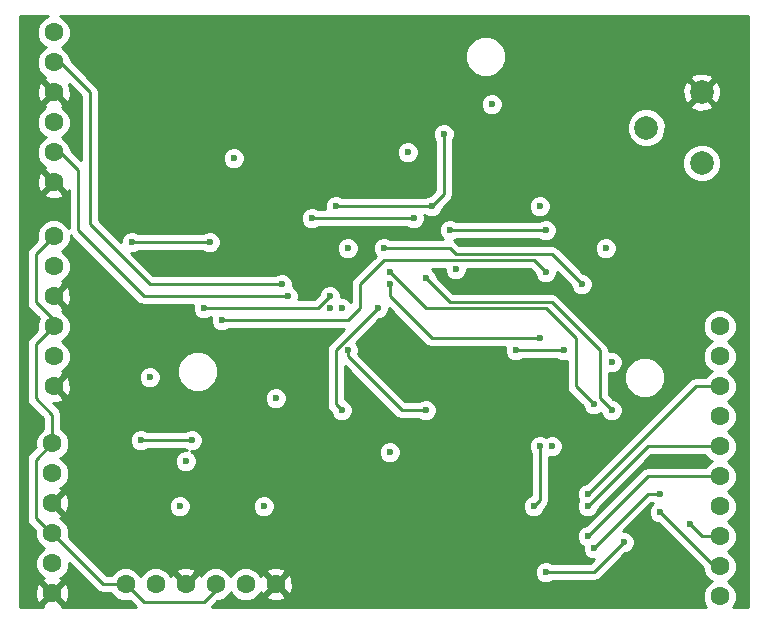
<source format=gbr>
G04 #@! TF.FileFunction,Copper,L4,Bot,Signal*
%FSLAX46Y46*%
G04 Gerber Fmt 4.6, Leading zero omitted, Abs format (unit mm)*
G04 Created by KiCad (PCBNEW 4.0.2-stable) date 1/20/2017 4:09:41 PM*
%MOMM*%
G01*
G04 APERTURE LIST*
%ADD10C,0.100000*%
%ADD11C,1.600000*%
%ADD12C,2.000000*%
%ADD13C,0.600000*%
%ADD14C,0.250000*%
%ADD15C,0.254000*%
G04 APERTURE END LIST*
D10*
D11*
X36068000Y-81788000D03*
X33528000Y-81788000D03*
X30988000Y-81788000D03*
X28448000Y-81788000D03*
X25908000Y-81788000D03*
X23368000Y-81788000D03*
D12*
X72136000Y-46132000D03*
X67436000Y-43132000D03*
X72136000Y-40132000D03*
D11*
X17272000Y-47752000D03*
X17272000Y-45212000D03*
X17272000Y-42672000D03*
X17272000Y-40132000D03*
X17272000Y-37592000D03*
X17272000Y-35052000D03*
X17272000Y-65024000D03*
X17272000Y-62484000D03*
X17272000Y-59944000D03*
X17272000Y-57404000D03*
X17272000Y-54864000D03*
X17272000Y-52324000D03*
X17145000Y-82550000D03*
X17145000Y-80010000D03*
X17145000Y-77470000D03*
X17145000Y-74930000D03*
X17145000Y-72390000D03*
X17145000Y-69850000D03*
X73660000Y-77724000D03*
X73660000Y-80264000D03*
X73660000Y-82804000D03*
X73660000Y-59944000D03*
X73660000Y-62484000D03*
X73660000Y-65024000D03*
X73660000Y-67564000D03*
X73660000Y-70104000D03*
X73660000Y-72644000D03*
X73660000Y-75184000D03*
D13*
X37084000Y-46228000D03*
X46736000Y-62484000D03*
X55880000Y-62992000D03*
X40640000Y-58420000D03*
X54356000Y-41148000D03*
X58420000Y-49784000D03*
X64008000Y-53340000D03*
X42164000Y-53340000D03*
X41656000Y-58420000D03*
X47244000Y-45212000D03*
X36068000Y-66040000D03*
X32512000Y-45720000D03*
X64516000Y-62992000D03*
X25400000Y-64262000D03*
X28448000Y-71374000D03*
X51308000Y-55118000D03*
X59436000Y-70104000D03*
X27940000Y-75184000D03*
X35052000Y-75184000D03*
X45720000Y-70612000D03*
X28956000Y-69596000D03*
X24638000Y-69596000D03*
X31496000Y-59436000D03*
X58928000Y-55372000D03*
X50292000Y-43688000D03*
X41148000Y-49784000D03*
X49276000Y-49784000D03*
X47752000Y-50800000D03*
X39116000Y-50800000D03*
X42164000Y-61976000D03*
X48768000Y-67056000D03*
X44704000Y-58420000D03*
X41656000Y-67056000D03*
X37084000Y-57404000D03*
X36576000Y-56388000D03*
X71120000Y-76708000D03*
X68580000Y-75692000D03*
X62484000Y-74168000D03*
X68580000Y-74168000D03*
X62992000Y-78740000D03*
X62484000Y-75184000D03*
X62484000Y-77724000D03*
X61976000Y-56388000D03*
X45212000Y-53340000D03*
X29972000Y-58420000D03*
X40640000Y-57404000D03*
X30480000Y-52832000D03*
X23876000Y-52832000D03*
X60452000Y-61976000D03*
X56388000Y-61976000D03*
X45720000Y-56388000D03*
X58420000Y-60960000D03*
X64516000Y-67056000D03*
X48768000Y-55880000D03*
X45720000Y-55372000D03*
X62992000Y-66548000D03*
X58928000Y-51816000D03*
X50800000Y-51816000D03*
X57912000Y-75184000D03*
X58420000Y-70104000D03*
X58928000Y-80772000D03*
X65532000Y-78232000D03*
D14*
X24638000Y-69596000D02*
X28956000Y-69596000D01*
X42164000Y-59436000D02*
X39116000Y-59436000D01*
X39116000Y-59436000D02*
X31496000Y-59436000D01*
X43180000Y-58420000D02*
X42164000Y-59436000D01*
X43180000Y-56388000D02*
X43180000Y-58420000D01*
X45212000Y-54356000D02*
X43180000Y-56388000D01*
X57912000Y-54356000D02*
X45212000Y-54356000D01*
X58928000Y-55372000D02*
X57912000Y-54356000D01*
X23368000Y-81788000D02*
X21463000Y-81788000D01*
X21463000Y-81788000D02*
X17145000Y-77470000D01*
X30988000Y-81788000D02*
X30988000Y-82296000D01*
X30988000Y-82296000D02*
X29972000Y-83312000D01*
X29972000Y-83312000D02*
X24892000Y-83312000D01*
X24892000Y-83312000D02*
X23368000Y-81788000D01*
X17272000Y-59944000D02*
X17272000Y-59436000D01*
X17272000Y-59436000D02*
X15748000Y-57912000D01*
X15748000Y-53848000D02*
X17272000Y-52324000D01*
X15748000Y-57912000D02*
X15748000Y-53848000D01*
X17145000Y-69850000D02*
X17145000Y-67437000D01*
X15748000Y-61468000D02*
X17272000Y-59944000D01*
X15748000Y-66040000D02*
X15748000Y-61468000D01*
X17145000Y-67437000D02*
X15748000Y-66040000D01*
X17145000Y-77470000D02*
X17018000Y-77470000D01*
X17018000Y-77470000D02*
X15748000Y-76200000D01*
X15748000Y-71247000D02*
X17145000Y-69850000D01*
X15748000Y-76200000D02*
X15748000Y-71247000D01*
X49276000Y-49784000D02*
X50292000Y-48768000D01*
X50292000Y-48768000D02*
X50292000Y-43688000D01*
X49276000Y-49784000D02*
X41148000Y-49784000D01*
X47752000Y-50800000D02*
X39116000Y-50800000D01*
X42164000Y-62484000D02*
X42164000Y-61976000D01*
X46736000Y-67056000D02*
X42164000Y-62484000D01*
X48768000Y-67056000D02*
X46736000Y-67056000D01*
X41148000Y-61976000D02*
X44704000Y-58420000D01*
X41148000Y-66548000D02*
X41148000Y-61976000D01*
X41656000Y-67056000D02*
X41148000Y-66548000D01*
X17272000Y-45212000D02*
X17780000Y-45212000D01*
X17780000Y-45212000D02*
X19304000Y-46736000D01*
X19304000Y-46736000D02*
X19304000Y-51816000D01*
X19304000Y-51816000D02*
X24892000Y-57404000D01*
X24892000Y-57404000D02*
X37084000Y-57404000D01*
X17272000Y-37592000D02*
X17780000Y-37592000D01*
X17780000Y-37592000D02*
X20320000Y-40132000D01*
X20320000Y-40132000D02*
X20320000Y-51308000D01*
X20320000Y-51308000D02*
X25400000Y-56388000D01*
X25400000Y-56388000D02*
X36576000Y-56388000D01*
X72136000Y-77724000D02*
X73660000Y-77724000D01*
X71120000Y-76708000D02*
X72136000Y-77724000D01*
X68580000Y-75692000D02*
X73152000Y-80264000D01*
X73152000Y-80264000D02*
X73660000Y-80264000D01*
X71628000Y-65024000D02*
X73660000Y-65024000D01*
X62484000Y-74168000D02*
X71628000Y-65024000D01*
X67564000Y-74168000D02*
X68580000Y-74168000D01*
X62992000Y-78740000D02*
X67564000Y-74168000D01*
X67564000Y-70104000D02*
X73660000Y-70104000D01*
X62484000Y-75184000D02*
X67564000Y-70104000D01*
X67564000Y-72644000D02*
X73660000Y-72644000D01*
X62484000Y-77724000D02*
X67564000Y-72644000D01*
X61976000Y-56388000D02*
X59436000Y-53848000D01*
X59436000Y-53848000D02*
X51308000Y-53848000D01*
X51308000Y-53848000D02*
X50800000Y-53340000D01*
X50800000Y-53340000D02*
X45212000Y-53340000D01*
X39624000Y-58420000D02*
X29972000Y-58420000D01*
X40640000Y-57404000D02*
X39624000Y-58420000D01*
X23876000Y-52832000D02*
X30480000Y-52832000D01*
X56388000Y-61976000D02*
X60452000Y-61976000D01*
X45720000Y-57404000D02*
X45720000Y-56388000D01*
X49276000Y-60960000D02*
X45720000Y-57404000D01*
X58420000Y-60960000D02*
X49276000Y-60960000D01*
X49784000Y-56896000D02*
X50800000Y-57912000D01*
X49784000Y-56896000D02*
X48768000Y-55880000D01*
X63500000Y-66040000D02*
X64516000Y-67056000D01*
X63500000Y-61976000D02*
X63500000Y-66040000D01*
X59436000Y-57912000D02*
X63500000Y-61976000D01*
X50800000Y-57912000D02*
X59436000Y-57912000D01*
X48768000Y-58420000D02*
X45720000Y-55372000D01*
X58928000Y-58420000D02*
X48768000Y-58420000D01*
X61468000Y-60960000D02*
X58928000Y-58420000D01*
X61468000Y-65024000D02*
X61468000Y-60960000D01*
X62992000Y-66548000D02*
X61468000Y-65024000D01*
X58928000Y-51816000D02*
X50800000Y-51816000D01*
X57912000Y-75184000D02*
X58420000Y-74676000D01*
X58420000Y-74676000D02*
X58420000Y-70104000D01*
X62992000Y-80772000D02*
X58928000Y-80772000D01*
X65532000Y-78232000D02*
X62992000Y-80772000D01*
D15*
G36*
X16460200Y-33834757D02*
X16056176Y-34238077D01*
X15837250Y-34765309D01*
X15836752Y-35336187D01*
X16054757Y-35863800D01*
X16458077Y-36267824D01*
X16588215Y-36321862D01*
X16460200Y-36374757D01*
X16056176Y-36778077D01*
X15837250Y-37305309D01*
X15836752Y-37876187D01*
X16054757Y-38403800D01*
X16458077Y-38807824D01*
X16572768Y-38855448D01*
X16517995Y-38878136D01*
X16443861Y-39124255D01*
X17272000Y-39952395D01*
X17286142Y-39938252D01*
X17465748Y-40117858D01*
X17451605Y-40132000D01*
X18279745Y-40960139D01*
X18525864Y-40886005D01*
X18718965Y-40348777D01*
X18691778Y-39778546D01*
X18550380Y-39437182D01*
X19560000Y-40446802D01*
X19560000Y-45917198D01*
X18707129Y-45064327D01*
X18707248Y-44927813D01*
X18489243Y-44400200D01*
X18085923Y-43996176D01*
X17955785Y-43942138D01*
X18083800Y-43889243D01*
X18487824Y-43485923D01*
X18706750Y-42958691D01*
X18707248Y-42387813D01*
X18489243Y-41860200D01*
X18085923Y-41456176D01*
X17971232Y-41408552D01*
X18026005Y-41385864D01*
X18100139Y-41139745D01*
X17272000Y-40311605D01*
X16443861Y-41139745D01*
X16517995Y-41385864D01*
X16576254Y-41406805D01*
X16460200Y-41454757D01*
X16056176Y-41858077D01*
X15837250Y-42385309D01*
X15836752Y-42956187D01*
X16054757Y-43483800D01*
X16458077Y-43887824D01*
X16588215Y-43941862D01*
X16460200Y-43994757D01*
X16056176Y-44398077D01*
X15837250Y-44925309D01*
X15836752Y-45496187D01*
X16054757Y-46023800D01*
X16458077Y-46427824D01*
X16572768Y-46475448D01*
X16517995Y-46498136D01*
X16443861Y-46744255D01*
X17272000Y-47572395D01*
X17286142Y-47558252D01*
X17465748Y-47737858D01*
X17451605Y-47752000D01*
X18279745Y-48580139D01*
X18525864Y-48506005D01*
X18544000Y-48455549D01*
X18544000Y-51644722D01*
X18489243Y-51512200D01*
X18085923Y-51108176D01*
X17558691Y-50889250D01*
X16987813Y-50888752D01*
X16460200Y-51106757D01*
X16056176Y-51510077D01*
X15837250Y-52037309D01*
X15836752Y-52608187D01*
X15859049Y-52662149D01*
X15210599Y-53310599D01*
X15045852Y-53557161D01*
X14988000Y-53848000D01*
X14988000Y-57912000D01*
X15045852Y-58202839D01*
X15210599Y-58449401D01*
X16007793Y-59246595D01*
X15837250Y-59657309D01*
X15836752Y-60228187D01*
X15859049Y-60282149D01*
X15210599Y-60930599D01*
X15045852Y-61177161D01*
X14988000Y-61468000D01*
X14988000Y-66040000D01*
X15045852Y-66330839D01*
X15210599Y-66577401D01*
X16385000Y-67751802D01*
X16385000Y-68611354D01*
X16333200Y-68632757D01*
X15929176Y-69036077D01*
X15710250Y-69563309D01*
X15709752Y-70134187D01*
X15732049Y-70188149D01*
X15210599Y-70709599D01*
X15045852Y-70956161D01*
X14988000Y-71247000D01*
X14988000Y-76200000D01*
X15045852Y-76490839D01*
X15210599Y-76737401D01*
X15710203Y-77237005D01*
X15709752Y-77754187D01*
X15927757Y-78281800D01*
X16331077Y-78685824D01*
X16461215Y-78739862D01*
X16333200Y-78792757D01*
X15929176Y-79196077D01*
X15710250Y-79723309D01*
X15709752Y-80294187D01*
X15927757Y-80821800D01*
X16331077Y-81225824D01*
X16445768Y-81273448D01*
X16390995Y-81296136D01*
X16316861Y-81542255D01*
X17145000Y-82370395D01*
X17973139Y-81542255D01*
X17899005Y-81296136D01*
X17840746Y-81275195D01*
X17956800Y-81227243D01*
X18360824Y-80823923D01*
X18579750Y-80296691D01*
X18580026Y-79979828D01*
X20925599Y-82325401D01*
X21172161Y-82490148D01*
X21463000Y-82548000D01*
X22129354Y-82548000D01*
X22150757Y-82599800D01*
X22554077Y-83003824D01*
X23081309Y-83222750D01*
X23652187Y-83223248D01*
X23706149Y-83200951D01*
X24198198Y-83693000D01*
X17932399Y-83693000D01*
X17973139Y-83557745D01*
X17145000Y-82729605D01*
X16316861Y-83557745D01*
X16357601Y-83693000D01*
X14401000Y-83693000D01*
X14401000Y-82333223D01*
X15698035Y-82333223D01*
X15725222Y-82903454D01*
X15891136Y-83304005D01*
X16137255Y-83378139D01*
X16965395Y-82550000D01*
X17324605Y-82550000D01*
X18152745Y-83378139D01*
X18398864Y-83304005D01*
X18591965Y-82766777D01*
X18564778Y-82196546D01*
X18398864Y-81795995D01*
X18152745Y-81721861D01*
X17324605Y-82550000D01*
X16965395Y-82550000D01*
X16137255Y-81721861D01*
X15891136Y-81795995D01*
X15698035Y-82333223D01*
X14401000Y-82333223D01*
X14401000Y-48759745D01*
X16443861Y-48759745D01*
X16517995Y-49005864D01*
X17055223Y-49198965D01*
X17625454Y-49171778D01*
X18026005Y-49005864D01*
X18100139Y-48759745D01*
X17272000Y-47931605D01*
X16443861Y-48759745D01*
X14401000Y-48759745D01*
X14401000Y-47535223D01*
X15825035Y-47535223D01*
X15852222Y-48105454D01*
X16018136Y-48506005D01*
X16264255Y-48580139D01*
X17092395Y-47752000D01*
X16264255Y-46923861D01*
X16018136Y-46997995D01*
X15825035Y-47535223D01*
X14401000Y-47535223D01*
X14401000Y-39915223D01*
X15825035Y-39915223D01*
X15852222Y-40485454D01*
X16018136Y-40886005D01*
X16264255Y-40960139D01*
X17092395Y-40132000D01*
X16264255Y-39303861D01*
X16018136Y-39377995D01*
X15825035Y-39915223D01*
X14401000Y-39915223D01*
X14401000Y-33705000D01*
X16774236Y-33705000D01*
X16460200Y-33834757D01*
X16460200Y-33834757D01*
G37*
X16460200Y-33834757D02*
X16056176Y-34238077D01*
X15837250Y-34765309D01*
X15836752Y-35336187D01*
X16054757Y-35863800D01*
X16458077Y-36267824D01*
X16588215Y-36321862D01*
X16460200Y-36374757D01*
X16056176Y-36778077D01*
X15837250Y-37305309D01*
X15836752Y-37876187D01*
X16054757Y-38403800D01*
X16458077Y-38807824D01*
X16572768Y-38855448D01*
X16517995Y-38878136D01*
X16443861Y-39124255D01*
X17272000Y-39952395D01*
X17286142Y-39938252D01*
X17465748Y-40117858D01*
X17451605Y-40132000D01*
X18279745Y-40960139D01*
X18525864Y-40886005D01*
X18718965Y-40348777D01*
X18691778Y-39778546D01*
X18550380Y-39437182D01*
X19560000Y-40446802D01*
X19560000Y-45917198D01*
X18707129Y-45064327D01*
X18707248Y-44927813D01*
X18489243Y-44400200D01*
X18085923Y-43996176D01*
X17955785Y-43942138D01*
X18083800Y-43889243D01*
X18487824Y-43485923D01*
X18706750Y-42958691D01*
X18707248Y-42387813D01*
X18489243Y-41860200D01*
X18085923Y-41456176D01*
X17971232Y-41408552D01*
X18026005Y-41385864D01*
X18100139Y-41139745D01*
X17272000Y-40311605D01*
X16443861Y-41139745D01*
X16517995Y-41385864D01*
X16576254Y-41406805D01*
X16460200Y-41454757D01*
X16056176Y-41858077D01*
X15837250Y-42385309D01*
X15836752Y-42956187D01*
X16054757Y-43483800D01*
X16458077Y-43887824D01*
X16588215Y-43941862D01*
X16460200Y-43994757D01*
X16056176Y-44398077D01*
X15837250Y-44925309D01*
X15836752Y-45496187D01*
X16054757Y-46023800D01*
X16458077Y-46427824D01*
X16572768Y-46475448D01*
X16517995Y-46498136D01*
X16443861Y-46744255D01*
X17272000Y-47572395D01*
X17286142Y-47558252D01*
X17465748Y-47737858D01*
X17451605Y-47752000D01*
X18279745Y-48580139D01*
X18525864Y-48506005D01*
X18544000Y-48455549D01*
X18544000Y-51644722D01*
X18489243Y-51512200D01*
X18085923Y-51108176D01*
X17558691Y-50889250D01*
X16987813Y-50888752D01*
X16460200Y-51106757D01*
X16056176Y-51510077D01*
X15837250Y-52037309D01*
X15836752Y-52608187D01*
X15859049Y-52662149D01*
X15210599Y-53310599D01*
X15045852Y-53557161D01*
X14988000Y-53848000D01*
X14988000Y-57912000D01*
X15045852Y-58202839D01*
X15210599Y-58449401D01*
X16007793Y-59246595D01*
X15837250Y-59657309D01*
X15836752Y-60228187D01*
X15859049Y-60282149D01*
X15210599Y-60930599D01*
X15045852Y-61177161D01*
X14988000Y-61468000D01*
X14988000Y-66040000D01*
X15045852Y-66330839D01*
X15210599Y-66577401D01*
X16385000Y-67751802D01*
X16385000Y-68611354D01*
X16333200Y-68632757D01*
X15929176Y-69036077D01*
X15710250Y-69563309D01*
X15709752Y-70134187D01*
X15732049Y-70188149D01*
X15210599Y-70709599D01*
X15045852Y-70956161D01*
X14988000Y-71247000D01*
X14988000Y-76200000D01*
X15045852Y-76490839D01*
X15210599Y-76737401D01*
X15710203Y-77237005D01*
X15709752Y-77754187D01*
X15927757Y-78281800D01*
X16331077Y-78685824D01*
X16461215Y-78739862D01*
X16333200Y-78792757D01*
X15929176Y-79196077D01*
X15710250Y-79723309D01*
X15709752Y-80294187D01*
X15927757Y-80821800D01*
X16331077Y-81225824D01*
X16445768Y-81273448D01*
X16390995Y-81296136D01*
X16316861Y-81542255D01*
X17145000Y-82370395D01*
X17973139Y-81542255D01*
X17899005Y-81296136D01*
X17840746Y-81275195D01*
X17956800Y-81227243D01*
X18360824Y-80823923D01*
X18579750Y-80296691D01*
X18580026Y-79979828D01*
X20925599Y-82325401D01*
X21172161Y-82490148D01*
X21463000Y-82548000D01*
X22129354Y-82548000D01*
X22150757Y-82599800D01*
X22554077Y-83003824D01*
X23081309Y-83222750D01*
X23652187Y-83223248D01*
X23706149Y-83200951D01*
X24198198Y-83693000D01*
X17932399Y-83693000D01*
X17973139Y-83557745D01*
X17145000Y-82729605D01*
X16316861Y-83557745D01*
X16357601Y-83693000D01*
X14401000Y-83693000D01*
X14401000Y-82333223D01*
X15698035Y-82333223D01*
X15725222Y-82903454D01*
X15891136Y-83304005D01*
X16137255Y-83378139D01*
X16965395Y-82550000D01*
X17324605Y-82550000D01*
X18152745Y-83378139D01*
X18398864Y-83304005D01*
X18591965Y-82766777D01*
X18564778Y-82196546D01*
X18398864Y-81795995D01*
X18152745Y-81721861D01*
X17324605Y-82550000D01*
X16965395Y-82550000D01*
X16137255Y-81721861D01*
X15891136Y-81795995D01*
X15698035Y-82333223D01*
X14401000Y-82333223D01*
X14401000Y-48759745D01*
X16443861Y-48759745D01*
X16517995Y-49005864D01*
X17055223Y-49198965D01*
X17625454Y-49171778D01*
X18026005Y-49005864D01*
X18100139Y-48759745D01*
X17272000Y-47931605D01*
X16443861Y-48759745D01*
X14401000Y-48759745D01*
X14401000Y-47535223D01*
X15825035Y-47535223D01*
X15852222Y-48105454D01*
X16018136Y-48506005D01*
X16264255Y-48580139D01*
X17092395Y-47752000D01*
X16264255Y-46923861D01*
X16018136Y-46997995D01*
X15825035Y-47535223D01*
X14401000Y-47535223D01*
X14401000Y-39915223D01*
X15825035Y-39915223D01*
X15852222Y-40485454D01*
X16018136Y-40886005D01*
X16264255Y-40960139D01*
X17092395Y-40132000D01*
X16264255Y-39303861D01*
X16018136Y-39377995D01*
X15825035Y-39915223D01*
X14401000Y-39915223D01*
X14401000Y-33705000D01*
X16774236Y-33705000D01*
X16460200Y-33834757D01*
G36*
X76073000Y-83693000D02*
X74800616Y-83693000D01*
X74875824Y-83617923D01*
X75094750Y-83090691D01*
X75095248Y-82519813D01*
X74877243Y-81992200D01*
X74473923Y-81588176D01*
X74343785Y-81534138D01*
X74471800Y-81481243D01*
X74875824Y-81077923D01*
X75094750Y-80550691D01*
X75095248Y-79979813D01*
X74877243Y-79452200D01*
X74473923Y-79048176D01*
X74343785Y-78994138D01*
X74471800Y-78941243D01*
X74875824Y-78537923D01*
X75094750Y-78010691D01*
X75095248Y-77439813D01*
X74877243Y-76912200D01*
X74473923Y-76508176D01*
X74343785Y-76454138D01*
X74471800Y-76401243D01*
X74875824Y-75997923D01*
X75094750Y-75470691D01*
X75095248Y-74899813D01*
X74877243Y-74372200D01*
X74473923Y-73968176D01*
X74343785Y-73914138D01*
X74471800Y-73861243D01*
X74875824Y-73457923D01*
X75094750Y-72930691D01*
X75095248Y-72359813D01*
X74877243Y-71832200D01*
X74473923Y-71428176D01*
X74343785Y-71374138D01*
X74471800Y-71321243D01*
X74875824Y-70917923D01*
X75094750Y-70390691D01*
X75095248Y-69819813D01*
X74877243Y-69292200D01*
X74473923Y-68888176D01*
X74343785Y-68834138D01*
X74471800Y-68781243D01*
X74875824Y-68377923D01*
X75094750Y-67850691D01*
X75095248Y-67279813D01*
X74877243Y-66752200D01*
X74473923Y-66348176D01*
X74343785Y-66294138D01*
X74471800Y-66241243D01*
X74875824Y-65837923D01*
X75094750Y-65310691D01*
X75095248Y-64739813D01*
X74877243Y-64212200D01*
X74473923Y-63808176D01*
X74343785Y-63754138D01*
X74471800Y-63701243D01*
X74875824Y-63297923D01*
X75094750Y-62770691D01*
X75095248Y-62199813D01*
X74877243Y-61672200D01*
X74473923Y-61268176D01*
X74343785Y-61214138D01*
X74471800Y-61161243D01*
X74875824Y-60757923D01*
X75094750Y-60230691D01*
X75095248Y-59659813D01*
X74877243Y-59132200D01*
X74473923Y-58728176D01*
X73946691Y-58509250D01*
X73375813Y-58508752D01*
X72848200Y-58726757D01*
X72444176Y-59130077D01*
X72225250Y-59657309D01*
X72224752Y-60228187D01*
X72442757Y-60755800D01*
X72846077Y-61159824D01*
X72976215Y-61213862D01*
X72848200Y-61266757D01*
X72444176Y-61670077D01*
X72225250Y-62197309D01*
X72224752Y-62768187D01*
X72442757Y-63295800D01*
X72846077Y-63699824D01*
X72976215Y-63753862D01*
X72848200Y-63806757D01*
X72444176Y-64210077D01*
X72421785Y-64264000D01*
X71628000Y-64264000D01*
X71337161Y-64321852D01*
X71090599Y-64486599D01*
X62344320Y-73232878D01*
X62298833Y-73232838D01*
X61955057Y-73374883D01*
X61691808Y-73637673D01*
X61549162Y-73981201D01*
X61548838Y-74353167D01*
X61682383Y-74676371D01*
X61549162Y-74997201D01*
X61548838Y-75369167D01*
X61690883Y-75712943D01*
X61953673Y-75976192D01*
X62297201Y-76118838D01*
X62669167Y-76119162D01*
X63012943Y-75977117D01*
X63276192Y-75714327D01*
X63418838Y-75370799D01*
X63418879Y-75323923D01*
X67878802Y-70864000D01*
X72421354Y-70864000D01*
X72442757Y-70915800D01*
X72846077Y-71319824D01*
X72976215Y-71373862D01*
X72848200Y-71426757D01*
X72444176Y-71830077D01*
X72421785Y-71884000D01*
X67564000Y-71884000D01*
X67273161Y-71941852D01*
X67026599Y-72106599D01*
X62344320Y-76788878D01*
X62298833Y-76788838D01*
X61955057Y-76930883D01*
X61691808Y-77193673D01*
X61549162Y-77537201D01*
X61548838Y-77909167D01*
X61690883Y-78252943D01*
X61953673Y-78516192D01*
X62057157Y-78559162D01*
X62056838Y-78925167D01*
X62198883Y-79268943D01*
X62461673Y-79532192D01*
X62805201Y-79674838D01*
X63014178Y-79675020D01*
X62677198Y-80012000D01*
X59490463Y-80012000D01*
X59458327Y-79979808D01*
X59114799Y-79837162D01*
X58742833Y-79836838D01*
X58399057Y-79978883D01*
X58135808Y-80241673D01*
X57993162Y-80585201D01*
X57992838Y-80957167D01*
X58134883Y-81300943D01*
X58397673Y-81564192D01*
X58741201Y-81706838D01*
X59113167Y-81707162D01*
X59456943Y-81565117D01*
X59490118Y-81532000D01*
X62992000Y-81532000D01*
X63282839Y-81474148D01*
X63529401Y-81309401D01*
X65671680Y-79167122D01*
X65717167Y-79167162D01*
X66060943Y-79025117D01*
X66324192Y-78762327D01*
X66466838Y-78418799D01*
X66467162Y-78046833D01*
X66325117Y-77703057D01*
X66062327Y-77439808D01*
X65718799Y-77297162D01*
X65509822Y-77296980D01*
X67878802Y-74928000D01*
X68017537Y-74928000D01*
X68019709Y-74930176D01*
X67787808Y-75161673D01*
X67645162Y-75505201D01*
X67644838Y-75877167D01*
X67786883Y-76220943D01*
X68049673Y-76484192D01*
X68393201Y-76626838D01*
X68440077Y-76626879D01*
X72224871Y-80411673D01*
X72224752Y-80548187D01*
X72442757Y-81075800D01*
X72846077Y-81479824D01*
X72976215Y-81533862D01*
X72848200Y-81586757D01*
X72444176Y-81990077D01*
X72225250Y-82517309D01*
X72224752Y-83088187D01*
X72442757Y-83615800D01*
X72519822Y-83693000D01*
X30665802Y-83693000D01*
X31135673Y-83223129D01*
X31272187Y-83223248D01*
X31799800Y-83005243D01*
X32203824Y-82601923D01*
X32257862Y-82471785D01*
X32310757Y-82599800D01*
X32714077Y-83003824D01*
X33241309Y-83222750D01*
X33812187Y-83223248D01*
X34339800Y-83005243D01*
X34549663Y-82795745D01*
X35239861Y-82795745D01*
X35313995Y-83041864D01*
X35851223Y-83234965D01*
X36421454Y-83207778D01*
X36822005Y-83041864D01*
X36896139Y-82795745D01*
X36068000Y-81967605D01*
X35239861Y-82795745D01*
X34549663Y-82795745D01*
X34743824Y-82601923D01*
X34791448Y-82487232D01*
X34814136Y-82542005D01*
X35060255Y-82616139D01*
X35888395Y-81788000D01*
X36247605Y-81788000D01*
X37075745Y-82616139D01*
X37321864Y-82542005D01*
X37514965Y-82004777D01*
X37487778Y-81434546D01*
X37321864Y-81033995D01*
X37075745Y-80959861D01*
X36247605Y-81788000D01*
X35888395Y-81788000D01*
X35060255Y-80959861D01*
X34814136Y-81033995D01*
X34793195Y-81092254D01*
X34745243Y-80976200D01*
X34549640Y-80780255D01*
X35239861Y-80780255D01*
X36068000Y-81608395D01*
X36896139Y-80780255D01*
X36822005Y-80534136D01*
X36284777Y-80341035D01*
X35714546Y-80368222D01*
X35313995Y-80534136D01*
X35239861Y-80780255D01*
X34549640Y-80780255D01*
X34341923Y-80572176D01*
X33814691Y-80353250D01*
X33243813Y-80352752D01*
X32716200Y-80570757D01*
X32312176Y-80974077D01*
X32258138Y-81104215D01*
X32205243Y-80976200D01*
X31801923Y-80572176D01*
X31274691Y-80353250D01*
X30703813Y-80352752D01*
X30176200Y-80570757D01*
X29772176Y-80974077D01*
X29724552Y-81088768D01*
X29701864Y-81033995D01*
X29455745Y-80959861D01*
X28627605Y-81788000D01*
X28641748Y-81802142D01*
X28462142Y-81981748D01*
X28448000Y-81967605D01*
X28433858Y-81981748D01*
X28254252Y-81802142D01*
X28268395Y-81788000D01*
X27440255Y-80959861D01*
X27194136Y-81033995D01*
X27173195Y-81092254D01*
X27125243Y-80976200D01*
X26929640Y-80780255D01*
X27619861Y-80780255D01*
X28448000Y-81608395D01*
X29276139Y-80780255D01*
X29202005Y-80534136D01*
X28664777Y-80341035D01*
X28094546Y-80368222D01*
X27693995Y-80534136D01*
X27619861Y-80780255D01*
X26929640Y-80780255D01*
X26721923Y-80572176D01*
X26194691Y-80353250D01*
X25623813Y-80352752D01*
X25096200Y-80570757D01*
X24692176Y-80974077D01*
X24638138Y-81104215D01*
X24585243Y-80976200D01*
X24181923Y-80572176D01*
X23654691Y-80353250D01*
X23083813Y-80352752D01*
X22556200Y-80570757D01*
X22152176Y-80974077D01*
X22129785Y-81028000D01*
X21777802Y-81028000D01*
X18558256Y-77808454D01*
X18579750Y-77756691D01*
X18580248Y-77185813D01*
X18362243Y-76658200D01*
X17958923Y-76254176D01*
X17844232Y-76206552D01*
X17899005Y-76183864D01*
X17973139Y-75937745D01*
X17145000Y-75109605D01*
X17130858Y-75123748D01*
X16951252Y-74944142D01*
X16965395Y-74930000D01*
X17324605Y-74930000D01*
X18152745Y-75758139D01*
X18398864Y-75684005D01*
X18512029Y-75369167D01*
X27004838Y-75369167D01*
X27146883Y-75712943D01*
X27409673Y-75976192D01*
X27753201Y-76118838D01*
X28125167Y-76119162D01*
X28468943Y-75977117D01*
X28732192Y-75714327D01*
X28874838Y-75370799D01*
X28874839Y-75369167D01*
X34116838Y-75369167D01*
X34258883Y-75712943D01*
X34521673Y-75976192D01*
X34865201Y-76118838D01*
X35237167Y-76119162D01*
X35580943Y-75977117D01*
X35844192Y-75714327D01*
X35986838Y-75370799D01*
X35986839Y-75369167D01*
X56976838Y-75369167D01*
X57118883Y-75712943D01*
X57381673Y-75976192D01*
X57725201Y-76118838D01*
X58097167Y-76119162D01*
X58440943Y-75977117D01*
X58704192Y-75714327D01*
X58846838Y-75370799D01*
X58846879Y-75323923D01*
X58957401Y-75213401D01*
X59031060Y-75103162D01*
X59122148Y-74966839D01*
X59180000Y-74676000D01*
X59180000Y-71010103D01*
X59249201Y-71038838D01*
X59621167Y-71039162D01*
X59964943Y-70897117D01*
X60228192Y-70634327D01*
X60370838Y-70290799D01*
X60371162Y-69918833D01*
X60229117Y-69575057D01*
X59966327Y-69311808D01*
X59622799Y-69169162D01*
X59250833Y-69168838D01*
X58927629Y-69302383D01*
X58606799Y-69169162D01*
X58234833Y-69168838D01*
X57891057Y-69310883D01*
X57627808Y-69573673D01*
X57485162Y-69917201D01*
X57484838Y-70289167D01*
X57626883Y-70632943D01*
X57660000Y-70666118D01*
X57660000Y-74276453D01*
X57383057Y-74390883D01*
X57119808Y-74653673D01*
X56977162Y-74997201D01*
X56976838Y-75369167D01*
X35986839Y-75369167D01*
X35987162Y-74998833D01*
X35845117Y-74655057D01*
X35582327Y-74391808D01*
X35238799Y-74249162D01*
X34866833Y-74248838D01*
X34523057Y-74390883D01*
X34259808Y-74653673D01*
X34117162Y-74997201D01*
X34116838Y-75369167D01*
X28874839Y-75369167D01*
X28875162Y-74998833D01*
X28733117Y-74655057D01*
X28470327Y-74391808D01*
X28126799Y-74249162D01*
X27754833Y-74248838D01*
X27411057Y-74390883D01*
X27147808Y-74653673D01*
X27005162Y-74997201D01*
X27004838Y-75369167D01*
X18512029Y-75369167D01*
X18591965Y-75146777D01*
X18564778Y-74576546D01*
X18398864Y-74175995D01*
X18152745Y-74101861D01*
X17324605Y-74930000D01*
X16965395Y-74930000D01*
X16951252Y-74915858D01*
X17130858Y-74736252D01*
X17145000Y-74750395D01*
X17973139Y-73922255D01*
X17899005Y-73676136D01*
X17840746Y-73655195D01*
X17956800Y-73607243D01*
X18360824Y-73203923D01*
X18579750Y-72676691D01*
X18580248Y-72105813D01*
X18362243Y-71578200D01*
X17958923Y-71174176D01*
X17828785Y-71120138D01*
X17956800Y-71067243D01*
X18360824Y-70663923D01*
X18579750Y-70136691D01*
X18580060Y-69781167D01*
X23702838Y-69781167D01*
X23844883Y-70124943D01*
X24107673Y-70388192D01*
X24451201Y-70530838D01*
X24823167Y-70531162D01*
X25166943Y-70389117D01*
X25200118Y-70356000D01*
X28393537Y-70356000D01*
X28425673Y-70388192D01*
X28548240Y-70439087D01*
X28262833Y-70438838D01*
X27919057Y-70580883D01*
X27655808Y-70843673D01*
X27513162Y-71187201D01*
X27512838Y-71559167D01*
X27654883Y-71902943D01*
X27917673Y-72166192D01*
X28261201Y-72308838D01*
X28633167Y-72309162D01*
X28976943Y-72167117D01*
X29240192Y-71904327D01*
X29382838Y-71560799D01*
X29383162Y-71188833D01*
X29241117Y-70845057D01*
X29193311Y-70797167D01*
X44784838Y-70797167D01*
X44926883Y-71140943D01*
X45189673Y-71404192D01*
X45533201Y-71546838D01*
X45905167Y-71547162D01*
X46248943Y-71405117D01*
X46512192Y-71142327D01*
X46654838Y-70798799D01*
X46655162Y-70426833D01*
X46513117Y-70083057D01*
X46250327Y-69819808D01*
X45906799Y-69677162D01*
X45534833Y-69676838D01*
X45191057Y-69818883D01*
X44927808Y-70081673D01*
X44785162Y-70425201D01*
X44784838Y-70797167D01*
X29193311Y-70797167D01*
X28978327Y-70581808D01*
X28855760Y-70530913D01*
X29141167Y-70531162D01*
X29484943Y-70389117D01*
X29748192Y-70126327D01*
X29890838Y-69782799D01*
X29891162Y-69410833D01*
X29749117Y-69067057D01*
X29486327Y-68803808D01*
X29142799Y-68661162D01*
X28770833Y-68660838D01*
X28427057Y-68802883D01*
X28393882Y-68836000D01*
X25200463Y-68836000D01*
X25168327Y-68803808D01*
X24824799Y-68661162D01*
X24452833Y-68660838D01*
X24109057Y-68802883D01*
X23845808Y-69065673D01*
X23703162Y-69409201D01*
X23702838Y-69781167D01*
X18580060Y-69781167D01*
X18580248Y-69565813D01*
X18362243Y-69038200D01*
X17958923Y-68634176D01*
X17905000Y-68611785D01*
X17905000Y-67437000D01*
X17873235Y-67277309D01*
X17847148Y-67146160D01*
X17682401Y-66899599D01*
X17244732Y-66461930D01*
X17625454Y-66443778D01*
X18026005Y-66277864D01*
X18041877Y-66225167D01*
X35132838Y-66225167D01*
X35274883Y-66568943D01*
X35537673Y-66832192D01*
X35881201Y-66974838D01*
X36253167Y-66975162D01*
X36596943Y-66833117D01*
X36860192Y-66570327D01*
X37002838Y-66226799D01*
X37003162Y-65854833D01*
X36861117Y-65511057D01*
X36598327Y-65247808D01*
X36254799Y-65105162D01*
X35882833Y-65104838D01*
X35539057Y-65246883D01*
X35275808Y-65509673D01*
X35133162Y-65853201D01*
X35132838Y-66225167D01*
X18041877Y-66225167D01*
X18100139Y-66031745D01*
X17272000Y-65203605D01*
X17257858Y-65217748D01*
X17078252Y-65038142D01*
X17092395Y-65024000D01*
X17451605Y-65024000D01*
X18279745Y-65852139D01*
X18525864Y-65778005D01*
X18718965Y-65240777D01*
X18691778Y-64670546D01*
X18599252Y-64447167D01*
X24464838Y-64447167D01*
X24606883Y-64790943D01*
X24869673Y-65054192D01*
X25213201Y-65196838D01*
X25585167Y-65197162D01*
X25928943Y-65055117D01*
X26192192Y-64792327D01*
X26334838Y-64448799D01*
X26335143Y-64097599D01*
X27728699Y-64097599D01*
X27992281Y-64735515D01*
X28479918Y-65224004D01*
X29117373Y-65488699D01*
X29807599Y-65489301D01*
X30445515Y-65225719D01*
X30934004Y-64738082D01*
X31198699Y-64100627D01*
X31199301Y-63410401D01*
X30935719Y-62772485D01*
X30448082Y-62283996D01*
X29810627Y-62019301D01*
X29120401Y-62018699D01*
X28482485Y-62282281D01*
X27993996Y-62769918D01*
X27729301Y-63407373D01*
X27728699Y-64097599D01*
X26335143Y-64097599D01*
X26335162Y-64076833D01*
X26193117Y-63733057D01*
X25930327Y-63469808D01*
X25586799Y-63327162D01*
X25214833Y-63326838D01*
X24871057Y-63468883D01*
X24607808Y-63731673D01*
X24465162Y-64075201D01*
X24464838Y-64447167D01*
X18599252Y-64447167D01*
X18525864Y-64269995D01*
X18279745Y-64195861D01*
X17451605Y-65024000D01*
X17092395Y-65024000D01*
X17078252Y-65009858D01*
X17257858Y-64830252D01*
X17272000Y-64844395D01*
X18100139Y-64016255D01*
X18026005Y-63770136D01*
X17967746Y-63749195D01*
X18083800Y-63701243D01*
X18487824Y-63297923D01*
X18706750Y-62770691D01*
X18707248Y-62199813D01*
X18489243Y-61672200D01*
X18085923Y-61268176D01*
X17955785Y-61214138D01*
X18083800Y-61161243D01*
X18487824Y-60757923D01*
X18706750Y-60230691D01*
X18707248Y-59659813D01*
X18489243Y-59132200D01*
X18085923Y-58728176D01*
X17971232Y-58680552D01*
X18026005Y-58657864D01*
X18100139Y-58411745D01*
X17272000Y-57583605D01*
X17257858Y-57597748D01*
X17078252Y-57418142D01*
X17092395Y-57404000D01*
X17451605Y-57404000D01*
X18279745Y-58232139D01*
X18525864Y-58158005D01*
X18718965Y-57620777D01*
X18691778Y-57050546D01*
X18525864Y-56649995D01*
X18279745Y-56575861D01*
X17451605Y-57404000D01*
X17092395Y-57404000D01*
X17078252Y-57389858D01*
X17257858Y-57210252D01*
X17272000Y-57224395D01*
X18100139Y-56396255D01*
X18026005Y-56150136D01*
X17967746Y-56129195D01*
X18083800Y-56081243D01*
X18487824Y-55677923D01*
X18706750Y-55150691D01*
X18707248Y-54579813D01*
X18489243Y-54052200D01*
X18085923Y-53648176D01*
X17955785Y-53594138D01*
X18083800Y-53541243D01*
X18487824Y-53137923D01*
X18706750Y-52610691D01*
X18707052Y-52264283D01*
X18766599Y-52353401D01*
X24354599Y-57941401D01*
X24601160Y-58106148D01*
X24892000Y-58164000D01*
X29065897Y-58164000D01*
X29037162Y-58233201D01*
X29036838Y-58605167D01*
X29178883Y-58948943D01*
X29441673Y-59212192D01*
X29785201Y-59354838D01*
X30157167Y-59355162D01*
X30500943Y-59213117D01*
X30534118Y-59180000D01*
X30589897Y-59180000D01*
X30561162Y-59249201D01*
X30560838Y-59621167D01*
X30702883Y-59964943D01*
X30965673Y-60228192D01*
X31309201Y-60370838D01*
X31681167Y-60371162D01*
X32024943Y-60229117D01*
X32058118Y-60196000D01*
X41853198Y-60196000D01*
X40610599Y-61438599D01*
X40445852Y-61685161D01*
X40388000Y-61976000D01*
X40388000Y-66548000D01*
X40445852Y-66838839D01*
X40610599Y-67085401D01*
X40720878Y-67195680D01*
X40720838Y-67241167D01*
X40862883Y-67584943D01*
X41125673Y-67848192D01*
X41469201Y-67990838D01*
X41841167Y-67991162D01*
X42184943Y-67849117D01*
X42448192Y-67586327D01*
X42590838Y-67242799D01*
X42591162Y-66870833D01*
X42449117Y-66527057D01*
X42186327Y-66263808D01*
X41908000Y-66148236D01*
X41908000Y-63302802D01*
X46198599Y-67593401D01*
X46445160Y-67758148D01*
X46493414Y-67767746D01*
X46736000Y-67816000D01*
X48205537Y-67816000D01*
X48237673Y-67848192D01*
X48581201Y-67990838D01*
X48953167Y-67991162D01*
X49296943Y-67849117D01*
X49560192Y-67586327D01*
X49702838Y-67242799D01*
X49703162Y-66870833D01*
X49561117Y-66527057D01*
X49298327Y-66263808D01*
X48954799Y-66121162D01*
X48582833Y-66120838D01*
X48239057Y-66262883D01*
X48205882Y-66296000D01*
X47050802Y-66296000D01*
X43045662Y-62290860D01*
X43098838Y-62162799D01*
X43099162Y-61790833D01*
X42957117Y-61447057D01*
X42854521Y-61344281D01*
X44843680Y-59355122D01*
X44889167Y-59355162D01*
X45232943Y-59213117D01*
X45496192Y-58950327D01*
X45638838Y-58606799D01*
X45639020Y-58397822D01*
X48738599Y-61497401D01*
X48985160Y-61662148D01*
X49025022Y-61670077D01*
X49276000Y-61720000D01*
X55481897Y-61720000D01*
X55453162Y-61789201D01*
X55452838Y-62161167D01*
X55594883Y-62504943D01*
X55857673Y-62768192D01*
X56201201Y-62910838D01*
X56573167Y-62911162D01*
X56916943Y-62769117D01*
X56950118Y-62736000D01*
X59889537Y-62736000D01*
X59921673Y-62768192D01*
X60265201Y-62910838D01*
X60637167Y-62911162D01*
X60708000Y-62881894D01*
X60708000Y-65024000D01*
X60765852Y-65314839D01*
X60930599Y-65561401D01*
X62056878Y-66687680D01*
X62056838Y-66733167D01*
X62198883Y-67076943D01*
X62461673Y-67340192D01*
X62805201Y-67482838D01*
X63177167Y-67483162D01*
X63520943Y-67341117D01*
X63592586Y-67269599D01*
X63722883Y-67584943D01*
X63985673Y-67848192D01*
X64329201Y-67990838D01*
X64701167Y-67991162D01*
X65044943Y-67849117D01*
X65308192Y-67586327D01*
X65450838Y-67242799D01*
X65451162Y-66870833D01*
X65309117Y-66527057D01*
X65046327Y-66263808D01*
X64702799Y-66121162D01*
X64655923Y-66121121D01*
X64260000Y-65725198D01*
X64260000Y-64605599D01*
X65574699Y-64605599D01*
X65838281Y-65243515D01*
X66325918Y-65732004D01*
X66963373Y-65996699D01*
X67653599Y-65997301D01*
X68291515Y-65733719D01*
X68780004Y-65246082D01*
X69044699Y-64608627D01*
X69045301Y-63918401D01*
X68781719Y-63280485D01*
X68294082Y-62791996D01*
X67656627Y-62527301D01*
X66966401Y-62526699D01*
X66328485Y-62790281D01*
X65839996Y-63277918D01*
X65575301Y-63915373D01*
X65574699Y-64605599D01*
X64260000Y-64605599D01*
X64260000Y-63898103D01*
X64329201Y-63926838D01*
X64701167Y-63927162D01*
X65044943Y-63785117D01*
X65308192Y-63522327D01*
X65450838Y-63178799D01*
X65451162Y-62806833D01*
X65309117Y-62463057D01*
X65046327Y-62199808D01*
X64702799Y-62057162D01*
X64330833Y-62056838D01*
X64260000Y-62086106D01*
X64260000Y-61976000D01*
X64202148Y-61685161D01*
X64037401Y-61438599D01*
X59973401Y-57374599D01*
X59726839Y-57209852D01*
X59436000Y-57152000D01*
X51114802Y-57152000D01*
X49703122Y-55740320D01*
X49703162Y-55694833D01*
X49561117Y-55351057D01*
X49326470Y-55116000D01*
X50373001Y-55116000D01*
X50372838Y-55303167D01*
X50514883Y-55646943D01*
X50777673Y-55910192D01*
X51121201Y-56052838D01*
X51493167Y-56053162D01*
X51836943Y-55911117D01*
X52100192Y-55648327D01*
X52242838Y-55304799D01*
X52243002Y-55116000D01*
X57597198Y-55116000D01*
X57992878Y-55511680D01*
X57992838Y-55557167D01*
X58134883Y-55900943D01*
X58397673Y-56164192D01*
X58741201Y-56306838D01*
X59113167Y-56307162D01*
X59456943Y-56165117D01*
X59720192Y-55902327D01*
X59862838Y-55558799D01*
X59863020Y-55349822D01*
X61040878Y-56527680D01*
X61040838Y-56573167D01*
X61182883Y-56916943D01*
X61445673Y-57180192D01*
X61789201Y-57322838D01*
X62161167Y-57323162D01*
X62504943Y-57181117D01*
X62768192Y-56918327D01*
X62910838Y-56574799D01*
X62911162Y-56202833D01*
X62769117Y-55859057D01*
X62506327Y-55595808D01*
X62162799Y-55453162D01*
X62115923Y-55453121D01*
X60187969Y-53525167D01*
X63072838Y-53525167D01*
X63214883Y-53868943D01*
X63477673Y-54132192D01*
X63821201Y-54274838D01*
X64193167Y-54275162D01*
X64536943Y-54133117D01*
X64800192Y-53870327D01*
X64942838Y-53526799D01*
X64943162Y-53154833D01*
X64801117Y-52811057D01*
X64538327Y-52547808D01*
X64194799Y-52405162D01*
X63822833Y-52404838D01*
X63479057Y-52546883D01*
X63215808Y-52809673D01*
X63073162Y-53153201D01*
X63072838Y-53525167D01*
X60187969Y-53525167D01*
X59973401Y-53310599D01*
X59726839Y-53145852D01*
X59436000Y-53088000D01*
X51622802Y-53088000D01*
X51337401Y-52802599D01*
X51155246Y-52680887D01*
X51328943Y-52609117D01*
X51362118Y-52576000D01*
X58365537Y-52576000D01*
X58397673Y-52608192D01*
X58741201Y-52750838D01*
X59113167Y-52751162D01*
X59456943Y-52609117D01*
X59720192Y-52346327D01*
X59862838Y-52002799D01*
X59863162Y-51630833D01*
X59721117Y-51287057D01*
X59458327Y-51023808D01*
X59114799Y-50881162D01*
X58742833Y-50880838D01*
X58399057Y-51022883D01*
X58365882Y-51056000D01*
X51362463Y-51056000D01*
X51330327Y-51023808D01*
X50986799Y-50881162D01*
X50614833Y-50880838D01*
X50271057Y-51022883D01*
X50007808Y-51285673D01*
X49865162Y-51629201D01*
X49864838Y-52001167D01*
X50006883Y-52344943D01*
X50241530Y-52580000D01*
X45774463Y-52580000D01*
X45742327Y-52547808D01*
X45398799Y-52405162D01*
X45026833Y-52404838D01*
X44683057Y-52546883D01*
X44419808Y-52809673D01*
X44277162Y-53153201D01*
X44276838Y-53525167D01*
X44418883Y-53868943D01*
X44521479Y-53971719D01*
X42642599Y-55850599D01*
X42477852Y-56097161D01*
X42420000Y-56388000D01*
X42420000Y-57861889D01*
X42186327Y-57627808D01*
X41842799Y-57485162D01*
X41574930Y-57484929D01*
X41575162Y-57218833D01*
X41433117Y-56875057D01*
X41170327Y-56611808D01*
X40826799Y-56469162D01*
X40454833Y-56468838D01*
X40111057Y-56610883D01*
X39847808Y-56873673D01*
X39705162Y-57217201D01*
X39705121Y-57264077D01*
X39309198Y-57660000D01*
X37990103Y-57660000D01*
X38018838Y-57590799D01*
X38019162Y-57218833D01*
X37877117Y-56875057D01*
X37614327Y-56611808D01*
X37510843Y-56568838D01*
X37511162Y-56202833D01*
X37369117Y-55859057D01*
X37106327Y-55595808D01*
X36762799Y-55453162D01*
X36390833Y-55452838D01*
X36047057Y-55594883D01*
X36013882Y-55628000D01*
X25714802Y-55628000D01*
X23853783Y-53766981D01*
X24061167Y-53767162D01*
X24404943Y-53625117D01*
X24438118Y-53592000D01*
X29917537Y-53592000D01*
X29949673Y-53624192D01*
X30293201Y-53766838D01*
X30665167Y-53767162D01*
X31008943Y-53625117D01*
X31109067Y-53525167D01*
X41228838Y-53525167D01*
X41370883Y-53868943D01*
X41633673Y-54132192D01*
X41977201Y-54274838D01*
X42349167Y-54275162D01*
X42692943Y-54133117D01*
X42956192Y-53870327D01*
X43098838Y-53526799D01*
X43099162Y-53154833D01*
X42957117Y-52811057D01*
X42694327Y-52547808D01*
X42350799Y-52405162D01*
X41978833Y-52404838D01*
X41635057Y-52546883D01*
X41371808Y-52809673D01*
X41229162Y-53153201D01*
X41228838Y-53525167D01*
X31109067Y-53525167D01*
X31272192Y-53362327D01*
X31414838Y-53018799D01*
X31415162Y-52646833D01*
X31273117Y-52303057D01*
X31010327Y-52039808D01*
X30666799Y-51897162D01*
X30294833Y-51896838D01*
X29951057Y-52038883D01*
X29917882Y-52072000D01*
X24438463Y-52072000D01*
X24406327Y-52039808D01*
X24062799Y-51897162D01*
X23690833Y-51896838D01*
X23347057Y-52038883D01*
X23083808Y-52301673D01*
X22941162Y-52645201D01*
X22940980Y-52854178D01*
X21080000Y-50993198D01*
X21080000Y-50985167D01*
X38180838Y-50985167D01*
X38322883Y-51328943D01*
X38585673Y-51592192D01*
X38929201Y-51734838D01*
X39301167Y-51735162D01*
X39644943Y-51593117D01*
X39678118Y-51560000D01*
X47189537Y-51560000D01*
X47221673Y-51592192D01*
X47565201Y-51734838D01*
X47937167Y-51735162D01*
X48280943Y-51593117D01*
X48544192Y-51330327D01*
X48686838Y-50986799D01*
X48687162Y-50614833D01*
X48657894Y-50544000D01*
X48713537Y-50544000D01*
X48745673Y-50576192D01*
X49089201Y-50718838D01*
X49461167Y-50719162D01*
X49804943Y-50577117D01*
X50068192Y-50314327D01*
X50210838Y-49970799D01*
X50210839Y-49969167D01*
X57484838Y-49969167D01*
X57626883Y-50312943D01*
X57889673Y-50576192D01*
X58233201Y-50718838D01*
X58605167Y-50719162D01*
X58948943Y-50577117D01*
X59212192Y-50314327D01*
X59354838Y-49970799D01*
X59355162Y-49598833D01*
X59213117Y-49255057D01*
X58950327Y-48991808D01*
X58606799Y-48849162D01*
X58234833Y-48848838D01*
X57891057Y-48990883D01*
X57627808Y-49253673D01*
X57485162Y-49597201D01*
X57484838Y-49969167D01*
X50210839Y-49969167D01*
X50210879Y-49923923D01*
X50829401Y-49305401D01*
X50994148Y-49058839D01*
X51052000Y-48768000D01*
X51052000Y-46455795D01*
X70500716Y-46455795D01*
X70749106Y-47056943D01*
X71208637Y-47517278D01*
X71809352Y-47766716D01*
X72459795Y-47767284D01*
X73060943Y-47518894D01*
X73521278Y-47059363D01*
X73770716Y-46458648D01*
X73771284Y-45808205D01*
X73522894Y-45207057D01*
X73063363Y-44746722D01*
X72462648Y-44497284D01*
X71812205Y-44496716D01*
X71211057Y-44745106D01*
X70750722Y-45204637D01*
X70501284Y-45805352D01*
X70500716Y-46455795D01*
X51052000Y-46455795D01*
X51052000Y-44250463D01*
X51084192Y-44218327D01*
X51226838Y-43874799D01*
X51227162Y-43502833D01*
X51207727Y-43455795D01*
X65800716Y-43455795D01*
X66049106Y-44056943D01*
X66508637Y-44517278D01*
X67109352Y-44766716D01*
X67759795Y-44767284D01*
X68360943Y-44518894D01*
X68821278Y-44059363D01*
X69070716Y-43458648D01*
X69071284Y-42808205D01*
X68822894Y-42207057D01*
X68363363Y-41746722D01*
X67762648Y-41497284D01*
X67112205Y-41496716D01*
X66511057Y-41745106D01*
X66050722Y-42204637D01*
X65801284Y-42805352D01*
X65800716Y-43455795D01*
X51207727Y-43455795D01*
X51085117Y-43159057D01*
X50822327Y-42895808D01*
X50478799Y-42753162D01*
X50106833Y-42752838D01*
X49763057Y-42894883D01*
X49499808Y-43157673D01*
X49357162Y-43501201D01*
X49356838Y-43873167D01*
X49498883Y-44216943D01*
X49532000Y-44250118D01*
X49532000Y-48453198D01*
X49136320Y-48848878D01*
X49090833Y-48848838D01*
X48747057Y-48990883D01*
X48713882Y-49024000D01*
X41710463Y-49024000D01*
X41678327Y-48991808D01*
X41334799Y-48849162D01*
X40962833Y-48848838D01*
X40619057Y-48990883D01*
X40355808Y-49253673D01*
X40213162Y-49597201D01*
X40212838Y-49969167D01*
X40242106Y-50040000D01*
X39678463Y-50040000D01*
X39646327Y-50007808D01*
X39302799Y-49865162D01*
X38930833Y-49864838D01*
X38587057Y-50006883D01*
X38323808Y-50269673D01*
X38181162Y-50613201D01*
X38180838Y-50985167D01*
X21080000Y-50985167D01*
X21080000Y-45905167D01*
X31576838Y-45905167D01*
X31718883Y-46248943D01*
X31981673Y-46512192D01*
X32325201Y-46654838D01*
X32697167Y-46655162D01*
X33040943Y-46513117D01*
X33304192Y-46250327D01*
X33446838Y-45906799D01*
X33447162Y-45534833D01*
X33390280Y-45397167D01*
X46308838Y-45397167D01*
X46450883Y-45740943D01*
X46713673Y-46004192D01*
X47057201Y-46146838D01*
X47429167Y-46147162D01*
X47772943Y-46005117D01*
X48036192Y-45742327D01*
X48178838Y-45398799D01*
X48179162Y-45026833D01*
X48037117Y-44683057D01*
X47774327Y-44419808D01*
X47430799Y-44277162D01*
X47058833Y-44276838D01*
X46715057Y-44418883D01*
X46451808Y-44681673D01*
X46309162Y-45025201D01*
X46308838Y-45397167D01*
X33390280Y-45397167D01*
X33305117Y-45191057D01*
X33042327Y-44927808D01*
X32698799Y-44785162D01*
X32326833Y-44784838D01*
X31983057Y-44926883D01*
X31719808Y-45189673D01*
X31577162Y-45533201D01*
X31576838Y-45905167D01*
X21080000Y-45905167D01*
X21080000Y-41333167D01*
X53420838Y-41333167D01*
X53562883Y-41676943D01*
X53825673Y-41940192D01*
X54169201Y-42082838D01*
X54541167Y-42083162D01*
X54884943Y-41941117D01*
X55148192Y-41678327D01*
X55290838Y-41334799D01*
X55290881Y-41284532D01*
X71163073Y-41284532D01*
X71261736Y-41551387D01*
X71871461Y-41777908D01*
X72521460Y-41753856D01*
X73010264Y-41551387D01*
X73108927Y-41284532D01*
X72136000Y-40311605D01*
X71163073Y-41284532D01*
X55290881Y-41284532D01*
X55291162Y-40962833D01*
X55149117Y-40619057D01*
X54886327Y-40355808D01*
X54542799Y-40213162D01*
X54170833Y-40212838D01*
X53827057Y-40354883D01*
X53563808Y-40617673D01*
X53421162Y-40961201D01*
X53420838Y-41333167D01*
X21080000Y-41333167D01*
X21080000Y-40132000D01*
X21031746Y-39889414D01*
X21027380Y-39867461D01*
X70490092Y-39867461D01*
X70514144Y-40517460D01*
X70716613Y-41006264D01*
X70983468Y-41104927D01*
X71956395Y-40132000D01*
X72315605Y-40132000D01*
X73288532Y-41104927D01*
X73555387Y-41006264D01*
X73781908Y-40396539D01*
X73757856Y-39746540D01*
X73555387Y-39257736D01*
X73288532Y-39159073D01*
X72315605Y-40132000D01*
X71956395Y-40132000D01*
X70983468Y-39159073D01*
X70716613Y-39257736D01*
X70490092Y-39867461D01*
X21027380Y-39867461D01*
X21022148Y-39841160D01*
X20857401Y-39594599D01*
X20242270Y-38979468D01*
X71163073Y-38979468D01*
X72136000Y-39952395D01*
X73108927Y-38979468D01*
X73010264Y-38712613D01*
X72400539Y-38486092D01*
X71750540Y-38510144D01*
X71261736Y-38712613D01*
X71163073Y-38979468D01*
X20242270Y-38979468D01*
X18707129Y-37444327D01*
X18707143Y-37427599D01*
X52112699Y-37427599D01*
X52376281Y-38065515D01*
X52863918Y-38554004D01*
X53501373Y-38818699D01*
X54191599Y-38819301D01*
X54829515Y-38555719D01*
X55318004Y-38068082D01*
X55582699Y-37430627D01*
X55583301Y-36740401D01*
X55319719Y-36102485D01*
X54832082Y-35613996D01*
X54194627Y-35349301D01*
X53504401Y-35348699D01*
X52866485Y-35612281D01*
X52377996Y-36099918D01*
X52113301Y-36737373D01*
X52112699Y-37427599D01*
X18707143Y-37427599D01*
X18707248Y-37307813D01*
X18489243Y-36780200D01*
X18085923Y-36376176D01*
X17955785Y-36322138D01*
X18083800Y-36269243D01*
X18487824Y-35865923D01*
X18706750Y-35338691D01*
X18707248Y-34767813D01*
X18489243Y-34240200D01*
X18085923Y-33836176D01*
X17770016Y-33705000D01*
X76073000Y-33705000D01*
X76073000Y-83693000D01*
X76073000Y-83693000D01*
G37*
X76073000Y-83693000D02*
X74800616Y-83693000D01*
X74875824Y-83617923D01*
X75094750Y-83090691D01*
X75095248Y-82519813D01*
X74877243Y-81992200D01*
X74473923Y-81588176D01*
X74343785Y-81534138D01*
X74471800Y-81481243D01*
X74875824Y-81077923D01*
X75094750Y-80550691D01*
X75095248Y-79979813D01*
X74877243Y-79452200D01*
X74473923Y-79048176D01*
X74343785Y-78994138D01*
X74471800Y-78941243D01*
X74875824Y-78537923D01*
X75094750Y-78010691D01*
X75095248Y-77439813D01*
X74877243Y-76912200D01*
X74473923Y-76508176D01*
X74343785Y-76454138D01*
X74471800Y-76401243D01*
X74875824Y-75997923D01*
X75094750Y-75470691D01*
X75095248Y-74899813D01*
X74877243Y-74372200D01*
X74473923Y-73968176D01*
X74343785Y-73914138D01*
X74471800Y-73861243D01*
X74875824Y-73457923D01*
X75094750Y-72930691D01*
X75095248Y-72359813D01*
X74877243Y-71832200D01*
X74473923Y-71428176D01*
X74343785Y-71374138D01*
X74471800Y-71321243D01*
X74875824Y-70917923D01*
X75094750Y-70390691D01*
X75095248Y-69819813D01*
X74877243Y-69292200D01*
X74473923Y-68888176D01*
X74343785Y-68834138D01*
X74471800Y-68781243D01*
X74875824Y-68377923D01*
X75094750Y-67850691D01*
X75095248Y-67279813D01*
X74877243Y-66752200D01*
X74473923Y-66348176D01*
X74343785Y-66294138D01*
X74471800Y-66241243D01*
X74875824Y-65837923D01*
X75094750Y-65310691D01*
X75095248Y-64739813D01*
X74877243Y-64212200D01*
X74473923Y-63808176D01*
X74343785Y-63754138D01*
X74471800Y-63701243D01*
X74875824Y-63297923D01*
X75094750Y-62770691D01*
X75095248Y-62199813D01*
X74877243Y-61672200D01*
X74473923Y-61268176D01*
X74343785Y-61214138D01*
X74471800Y-61161243D01*
X74875824Y-60757923D01*
X75094750Y-60230691D01*
X75095248Y-59659813D01*
X74877243Y-59132200D01*
X74473923Y-58728176D01*
X73946691Y-58509250D01*
X73375813Y-58508752D01*
X72848200Y-58726757D01*
X72444176Y-59130077D01*
X72225250Y-59657309D01*
X72224752Y-60228187D01*
X72442757Y-60755800D01*
X72846077Y-61159824D01*
X72976215Y-61213862D01*
X72848200Y-61266757D01*
X72444176Y-61670077D01*
X72225250Y-62197309D01*
X72224752Y-62768187D01*
X72442757Y-63295800D01*
X72846077Y-63699824D01*
X72976215Y-63753862D01*
X72848200Y-63806757D01*
X72444176Y-64210077D01*
X72421785Y-64264000D01*
X71628000Y-64264000D01*
X71337161Y-64321852D01*
X71090599Y-64486599D01*
X62344320Y-73232878D01*
X62298833Y-73232838D01*
X61955057Y-73374883D01*
X61691808Y-73637673D01*
X61549162Y-73981201D01*
X61548838Y-74353167D01*
X61682383Y-74676371D01*
X61549162Y-74997201D01*
X61548838Y-75369167D01*
X61690883Y-75712943D01*
X61953673Y-75976192D01*
X62297201Y-76118838D01*
X62669167Y-76119162D01*
X63012943Y-75977117D01*
X63276192Y-75714327D01*
X63418838Y-75370799D01*
X63418879Y-75323923D01*
X67878802Y-70864000D01*
X72421354Y-70864000D01*
X72442757Y-70915800D01*
X72846077Y-71319824D01*
X72976215Y-71373862D01*
X72848200Y-71426757D01*
X72444176Y-71830077D01*
X72421785Y-71884000D01*
X67564000Y-71884000D01*
X67273161Y-71941852D01*
X67026599Y-72106599D01*
X62344320Y-76788878D01*
X62298833Y-76788838D01*
X61955057Y-76930883D01*
X61691808Y-77193673D01*
X61549162Y-77537201D01*
X61548838Y-77909167D01*
X61690883Y-78252943D01*
X61953673Y-78516192D01*
X62057157Y-78559162D01*
X62056838Y-78925167D01*
X62198883Y-79268943D01*
X62461673Y-79532192D01*
X62805201Y-79674838D01*
X63014178Y-79675020D01*
X62677198Y-80012000D01*
X59490463Y-80012000D01*
X59458327Y-79979808D01*
X59114799Y-79837162D01*
X58742833Y-79836838D01*
X58399057Y-79978883D01*
X58135808Y-80241673D01*
X57993162Y-80585201D01*
X57992838Y-80957167D01*
X58134883Y-81300943D01*
X58397673Y-81564192D01*
X58741201Y-81706838D01*
X59113167Y-81707162D01*
X59456943Y-81565117D01*
X59490118Y-81532000D01*
X62992000Y-81532000D01*
X63282839Y-81474148D01*
X63529401Y-81309401D01*
X65671680Y-79167122D01*
X65717167Y-79167162D01*
X66060943Y-79025117D01*
X66324192Y-78762327D01*
X66466838Y-78418799D01*
X66467162Y-78046833D01*
X66325117Y-77703057D01*
X66062327Y-77439808D01*
X65718799Y-77297162D01*
X65509822Y-77296980D01*
X67878802Y-74928000D01*
X68017537Y-74928000D01*
X68019709Y-74930176D01*
X67787808Y-75161673D01*
X67645162Y-75505201D01*
X67644838Y-75877167D01*
X67786883Y-76220943D01*
X68049673Y-76484192D01*
X68393201Y-76626838D01*
X68440077Y-76626879D01*
X72224871Y-80411673D01*
X72224752Y-80548187D01*
X72442757Y-81075800D01*
X72846077Y-81479824D01*
X72976215Y-81533862D01*
X72848200Y-81586757D01*
X72444176Y-81990077D01*
X72225250Y-82517309D01*
X72224752Y-83088187D01*
X72442757Y-83615800D01*
X72519822Y-83693000D01*
X30665802Y-83693000D01*
X31135673Y-83223129D01*
X31272187Y-83223248D01*
X31799800Y-83005243D01*
X32203824Y-82601923D01*
X32257862Y-82471785D01*
X32310757Y-82599800D01*
X32714077Y-83003824D01*
X33241309Y-83222750D01*
X33812187Y-83223248D01*
X34339800Y-83005243D01*
X34549663Y-82795745D01*
X35239861Y-82795745D01*
X35313995Y-83041864D01*
X35851223Y-83234965D01*
X36421454Y-83207778D01*
X36822005Y-83041864D01*
X36896139Y-82795745D01*
X36068000Y-81967605D01*
X35239861Y-82795745D01*
X34549663Y-82795745D01*
X34743824Y-82601923D01*
X34791448Y-82487232D01*
X34814136Y-82542005D01*
X35060255Y-82616139D01*
X35888395Y-81788000D01*
X36247605Y-81788000D01*
X37075745Y-82616139D01*
X37321864Y-82542005D01*
X37514965Y-82004777D01*
X37487778Y-81434546D01*
X37321864Y-81033995D01*
X37075745Y-80959861D01*
X36247605Y-81788000D01*
X35888395Y-81788000D01*
X35060255Y-80959861D01*
X34814136Y-81033995D01*
X34793195Y-81092254D01*
X34745243Y-80976200D01*
X34549640Y-80780255D01*
X35239861Y-80780255D01*
X36068000Y-81608395D01*
X36896139Y-80780255D01*
X36822005Y-80534136D01*
X36284777Y-80341035D01*
X35714546Y-80368222D01*
X35313995Y-80534136D01*
X35239861Y-80780255D01*
X34549640Y-80780255D01*
X34341923Y-80572176D01*
X33814691Y-80353250D01*
X33243813Y-80352752D01*
X32716200Y-80570757D01*
X32312176Y-80974077D01*
X32258138Y-81104215D01*
X32205243Y-80976200D01*
X31801923Y-80572176D01*
X31274691Y-80353250D01*
X30703813Y-80352752D01*
X30176200Y-80570757D01*
X29772176Y-80974077D01*
X29724552Y-81088768D01*
X29701864Y-81033995D01*
X29455745Y-80959861D01*
X28627605Y-81788000D01*
X28641748Y-81802142D01*
X28462142Y-81981748D01*
X28448000Y-81967605D01*
X28433858Y-81981748D01*
X28254252Y-81802142D01*
X28268395Y-81788000D01*
X27440255Y-80959861D01*
X27194136Y-81033995D01*
X27173195Y-81092254D01*
X27125243Y-80976200D01*
X26929640Y-80780255D01*
X27619861Y-80780255D01*
X28448000Y-81608395D01*
X29276139Y-80780255D01*
X29202005Y-80534136D01*
X28664777Y-80341035D01*
X28094546Y-80368222D01*
X27693995Y-80534136D01*
X27619861Y-80780255D01*
X26929640Y-80780255D01*
X26721923Y-80572176D01*
X26194691Y-80353250D01*
X25623813Y-80352752D01*
X25096200Y-80570757D01*
X24692176Y-80974077D01*
X24638138Y-81104215D01*
X24585243Y-80976200D01*
X24181923Y-80572176D01*
X23654691Y-80353250D01*
X23083813Y-80352752D01*
X22556200Y-80570757D01*
X22152176Y-80974077D01*
X22129785Y-81028000D01*
X21777802Y-81028000D01*
X18558256Y-77808454D01*
X18579750Y-77756691D01*
X18580248Y-77185813D01*
X18362243Y-76658200D01*
X17958923Y-76254176D01*
X17844232Y-76206552D01*
X17899005Y-76183864D01*
X17973139Y-75937745D01*
X17145000Y-75109605D01*
X17130858Y-75123748D01*
X16951252Y-74944142D01*
X16965395Y-74930000D01*
X17324605Y-74930000D01*
X18152745Y-75758139D01*
X18398864Y-75684005D01*
X18512029Y-75369167D01*
X27004838Y-75369167D01*
X27146883Y-75712943D01*
X27409673Y-75976192D01*
X27753201Y-76118838D01*
X28125167Y-76119162D01*
X28468943Y-75977117D01*
X28732192Y-75714327D01*
X28874838Y-75370799D01*
X28874839Y-75369167D01*
X34116838Y-75369167D01*
X34258883Y-75712943D01*
X34521673Y-75976192D01*
X34865201Y-76118838D01*
X35237167Y-76119162D01*
X35580943Y-75977117D01*
X35844192Y-75714327D01*
X35986838Y-75370799D01*
X35986839Y-75369167D01*
X56976838Y-75369167D01*
X57118883Y-75712943D01*
X57381673Y-75976192D01*
X57725201Y-76118838D01*
X58097167Y-76119162D01*
X58440943Y-75977117D01*
X58704192Y-75714327D01*
X58846838Y-75370799D01*
X58846879Y-75323923D01*
X58957401Y-75213401D01*
X59031060Y-75103162D01*
X59122148Y-74966839D01*
X59180000Y-74676000D01*
X59180000Y-71010103D01*
X59249201Y-71038838D01*
X59621167Y-71039162D01*
X59964943Y-70897117D01*
X60228192Y-70634327D01*
X60370838Y-70290799D01*
X60371162Y-69918833D01*
X60229117Y-69575057D01*
X59966327Y-69311808D01*
X59622799Y-69169162D01*
X59250833Y-69168838D01*
X58927629Y-69302383D01*
X58606799Y-69169162D01*
X58234833Y-69168838D01*
X57891057Y-69310883D01*
X57627808Y-69573673D01*
X57485162Y-69917201D01*
X57484838Y-70289167D01*
X57626883Y-70632943D01*
X57660000Y-70666118D01*
X57660000Y-74276453D01*
X57383057Y-74390883D01*
X57119808Y-74653673D01*
X56977162Y-74997201D01*
X56976838Y-75369167D01*
X35986839Y-75369167D01*
X35987162Y-74998833D01*
X35845117Y-74655057D01*
X35582327Y-74391808D01*
X35238799Y-74249162D01*
X34866833Y-74248838D01*
X34523057Y-74390883D01*
X34259808Y-74653673D01*
X34117162Y-74997201D01*
X34116838Y-75369167D01*
X28874839Y-75369167D01*
X28875162Y-74998833D01*
X28733117Y-74655057D01*
X28470327Y-74391808D01*
X28126799Y-74249162D01*
X27754833Y-74248838D01*
X27411057Y-74390883D01*
X27147808Y-74653673D01*
X27005162Y-74997201D01*
X27004838Y-75369167D01*
X18512029Y-75369167D01*
X18591965Y-75146777D01*
X18564778Y-74576546D01*
X18398864Y-74175995D01*
X18152745Y-74101861D01*
X17324605Y-74930000D01*
X16965395Y-74930000D01*
X16951252Y-74915858D01*
X17130858Y-74736252D01*
X17145000Y-74750395D01*
X17973139Y-73922255D01*
X17899005Y-73676136D01*
X17840746Y-73655195D01*
X17956800Y-73607243D01*
X18360824Y-73203923D01*
X18579750Y-72676691D01*
X18580248Y-72105813D01*
X18362243Y-71578200D01*
X17958923Y-71174176D01*
X17828785Y-71120138D01*
X17956800Y-71067243D01*
X18360824Y-70663923D01*
X18579750Y-70136691D01*
X18580060Y-69781167D01*
X23702838Y-69781167D01*
X23844883Y-70124943D01*
X24107673Y-70388192D01*
X24451201Y-70530838D01*
X24823167Y-70531162D01*
X25166943Y-70389117D01*
X25200118Y-70356000D01*
X28393537Y-70356000D01*
X28425673Y-70388192D01*
X28548240Y-70439087D01*
X28262833Y-70438838D01*
X27919057Y-70580883D01*
X27655808Y-70843673D01*
X27513162Y-71187201D01*
X27512838Y-71559167D01*
X27654883Y-71902943D01*
X27917673Y-72166192D01*
X28261201Y-72308838D01*
X28633167Y-72309162D01*
X28976943Y-72167117D01*
X29240192Y-71904327D01*
X29382838Y-71560799D01*
X29383162Y-71188833D01*
X29241117Y-70845057D01*
X29193311Y-70797167D01*
X44784838Y-70797167D01*
X44926883Y-71140943D01*
X45189673Y-71404192D01*
X45533201Y-71546838D01*
X45905167Y-71547162D01*
X46248943Y-71405117D01*
X46512192Y-71142327D01*
X46654838Y-70798799D01*
X46655162Y-70426833D01*
X46513117Y-70083057D01*
X46250327Y-69819808D01*
X45906799Y-69677162D01*
X45534833Y-69676838D01*
X45191057Y-69818883D01*
X44927808Y-70081673D01*
X44785162Y-70425201D01*
X44784838Y-70797167D01*
X29193311Y-70797167D01*
X28978327Y-70581808D01*
X28855760Y-70530913D01*
X29141167Y-70531162D01*
X29484943Y-70389117D01*
X29748192Y-70126327D01*
X29890838Y-69782799D01*
X29891162Y-69410833D01*
X29749117Y-69067057D01*
X29486327Y-68803808D01*
X29142799Y-68661162D01*
X28770833Y-68660838D01*
X28427057Y-68802883D01*
X28393882Y-68836000D01*
X25200463Y-68836000D01*
X25168327Y-68803808D01*
X24824799Y-68661162D01*
X24452833Y-68660838D01*
X24109057Y-68802883D01*
X23845808Y-69065673D01*
X23703162Y-69409201D01*
X23702838Y-69781167D01*
X18580060Y-69781167D01*
X18580248Y-69565813D01*
X18362243Y-69038200D01*
X17958923Y-68634176D01*
X17905000Y-68611785D01*
X17905000Y-67437000D01*
X17873235Y-67277309D01*
X17847148Y-67146160D01*
X17682401Y-66899599D01*
X17244732Y-66461930D01*
X17625454Y-66443778D01*
X18026005Y-66277864D01*
X18041877Y-66225167D01*
X35132838Y-66225167D01*
X35274883Y-66568943D01*
X35537673Y-66832192D01*
X35881201Y-66974838D01*
X36253167Y-66975162D01*
X36596943Y-66833117D01*
X36860192Y-66570327D01*
X37002838Y-66226799D01*
X37003162Y-65854833D01*
X36861117Y-65511057D01*
X36598327Y-65247808D01*
X36254799Y-65105162D01*
X35882833Y-65104838D01*
X35539057Y-65246883D01*
X35275808Y-65509673D01*
X35133162Y-65853201D01*
X35132838Y-66225167D01*
X18041877Y-66225167D01*
X18100139Y-66031745D01*
X17272000Y-65203605D01*
X17257858Y-65217748D01*
X17078252Y-65038142D01*
X17092395Y-65024000D01*
X17451605Y-65024000D01*
X18279745Y-65852139D01*
X18525864Y-65778005D01*
X18718965Y-65240777D01*
X18691778Y-64670546D01*
X18599252Y-64447167D01*
X24464838Y-64447167D01*
X24606883Y-64790943D01*
X24869673Y-65054192D01*
X25213201Y-65196838D01*
X25585167Y-65197162D01*
X25928943Y-65055117D01*
X26192192Y-64792327D01*
X26334838Y-64448799D01*
X26335143Y-64097599D01*
X27728699Y-64097599D01*
X27992281Y-64735515D01*
X28479918Y-65224004D01*
X29117373Y-65488699D01*
X29807599Y-65489301D01*
X30445515Y-65225719D01*
X30934004Y-64738082D01*
X31198699Y-64100627D01*
X31199301Y-63410401D01*
X30935719Y-62772485D01*
X30448082Y-62283996D01*
X29810627Y-62019301D01*
X29120401Y-62018699D01*
X28482485Y-62282281D01*
X27993996Y-62769918D01*
X27729301Y-63407373D01*
X27728699Y-64097599D01*
X26335143Y-64097599D01*
X26335162Y-64076833D01*
X26193117Y-63733057D01*
X25930327Y-63469808D01*
X25586799Y-63327162D01*
X25214833Y-63326838D01*
X24871057Y-63468883D01*
X24607808Y-63731673D01*
X24465162Y-64075201D01*
X24464838Y-64447167D01*
X18599252Y-64447167D01*
X18525864Y-64269995D01*
X18279745Y-64195861D01*
X17451605Y-65024000D01*
X17092395Y-65024000D01*
X17078252Y-65009858D01*
X17257858Y-64830252D01*
X17272000Y-64844395D01*
X18100139Y-64016255D01*
X18026005Y-63770136D01*
X17967746Y-63749195D01*
X18083800Y-63701243D01*
X18487824Y-63297923D01*
X18706750Y-62770691D01*
X18707248Y-62199813D01*
X18489243Y-61672200D01*
X18085923Y-61268176D01*
X17955785Y-61214138D01*
X18083800Y-61161243D01*
X18487824Y-60757923D01*
X18706750Y-60230691D01*
X18707248Y-59659813D01*
X18489243Y-59132200D01*
X18085923Y-58728176D01*
X17971232Y-58680552D01*
X18026005Y-58657864D01*
X18100139Y-58411745D01*
X17272000Y-57583605D01*
X17257858Y-57597748D01*
X17078252Y-57418142D01*
X17092395Y-57404000D01*
X17451605Y-57404000D01*
X18279745Y-58232139D01*
X18525864Y-58158005D01*
X18718965Y-57620777D01*
X18691778Y-57050546D01*
X18525864Y-56649995D01*
X18279745Y-56575861D01*
X17451605Y-57404000D01*
X17092395Y-57404000D01*
X17078252Y-57389858D01*
X17257858Y-57210252D01*
X17272000Y-57224395D01*
X18100139Y-56396255D01*
X18026005Y-56150136D01*
X17967746Y-56129195D01*
X18083800Y-56081243D01*
X18487824Y-55677923D01*
X18706750Y-55150691D01*
X18707248Y-54579813D01*
X18489243Y-54052200D01*
X18085923Y-53648176D01*
X17955785Y-53594138D01*
X18083800Y-53541243D01*
X18487824Y-53137923D01*
X18706750Y-52610691D01*
X18707052Y-52264283D01*
X18766599Y-52353401D01*
X24354599Y-57941401D01*
X24601160Y-58106148D01*
X24892000Y-58164000D01*
X29065897Y-58164000D01*
X29037162Y-58233201D01*
X29036838Y-58605167D01*
X29178883Y-58948943D01*
X29441673Y-59212192D01*
X29785201Y-59354838D01*
X30157167Y-59355162D01*
X30500943Y-59213117D01*
X30534118Y-59180000D01*
X30589897Y-59180000D01*
X30561162Y-59249201D01*
X30560838Y-59621167D01*
X30702883Y-59964943D01*
X30965673Y-60228192D01*
X31309201Y-60370838D01*
X31681167Y-60371162D01*
X32024943Y-60229117D01*
X32058118Y-60196000D01*
X41853198Y-60196000D01*
X40610599Y-61438599D01*
X40445852Y-61685161D01*
X40388000Y-61976000D01*
X40388000Y-66548000D01*
X40445852Y-66838839D01*
X40610599Y-67085401D01*
X40720878Y-67195680D01*
X40720838Y-67241167D01*
X40862883Y-67584943D01*
X41125673Y-67848192D01*
X41469201Y-67990838D01*
X41841167Y-67991162D01*
X42184943Y-67849117D01*
X42448192Y-67586327D01*
X42590838Y-67242799D01*
X42591162Y-66870833D01*
X42449117Y-66527057D01*
X42186327Y-66263808D01*
X41908000Y-66148236D01*
X41908000Y-63302802D01*
X46198599Y-67593401D01*
X46445160Y-67758148D01*
X46493414Y-67767746D01*
X46736000Y-67816000D01*
X48205537Y-67816000D01*
X48237673Y-67848192D01*
X48581201Y-67990838D01*
X48953167Y-67991162D01*
X49296943Y-67849117D01*
X49560192Y-67586327D01*
X49702838Y-67242799D01*
X49703162Y-66870833D01*
X49561117Y-66527057D01*
X49298327Y-66263808D01*
X48954799Y-66121162D01*
X48582833Y-66120838D01*
X48239057Y-66262883D01*
X48205882Y-66296000D01*
X47050802Y-66296000D01*
X43045662Y-62290860D01*
X43098838Y-62162799D01*
X43099162Y-61790833D01*
X42957117Y-61447057D01*
X42854521Y-61344281D01*
X44843680Y-59355122D01*
X44889167Y-59355162D01*
X45232943Y-59213117D01*
X45496192Y-58950327D01*
X45638838Y-58606799D01*
X45639020Y-58397822D01*
X48738599Y-61497401D01*
X48985160Y-61662148D01*
X49025022Y-61670077D01*
X49276000Y-61720000D01*
X55481897Y-61720000D01*
X55453162Y-61789201D01*
X55452838Y-62161167D01*
X55594883Y-62504943D01*
X55857673Y-62768192D01*
X56201201Y-62910838D01*
X56573167Y-62911162D01*
X56916943Y-62769117D01*
X56950118Y-62736000D01*
X59889537Y-62736000D01*
X59921673Y-62768192D01*
X60265201Y-62910838D01*
X60637167Y-62911162D01*
X60708000Y-62881894D01*
X60708000Y-65024000D01*
X60765852Y-65314839D01*
X60930599Y-65561401D01*
X62056878Y-66687680D01*
X62056838Y-66733167D01*
X62198883Y-67076943D01*
X62461673Y-67340192D01*
X62805201Y-67482838D01*
X63177167Y-67483162D01*
X63520943Y-67341117D01*
X63592586Y-67269599D01*
X63722883Y-67584943D01*
X63985673Y-67848192D01*
X64329201Y-67990838D01*
X64701167Y-67991162D01*
X65044943Y-67849117D01*
X65308192Y-67586327D01*
X65450838Y-67242799D01*
X65451162Y-66870833D01*
X65309117Y-66527057D01*
X65046327Y-66263808D01*
X64702799Y-66121162D01*
X64655923Y-66121121D01*
X64260000Y-65725198D01*
X64260000Y-64605599D01*
X65574699Y-64605599D01*
X65838281Y-65243515D01*
X66325918Y-65732004D01*
X66963373Y-65996699D01*
X67653599Y-65997301D01*
X68291515Y-65733719D01*
X68780004Y-65246082D01*
X69044699Y-64608627D01*
X69045301Y-63918401D01*
X68781719Y-63280485D01*
X68294082Y-62791996D01*
X67656627Y-62527301D01*
X66966401Y-62526699D01*
X66328485Y-62790281D01*
X65839996Y-63277918D01*
X65575301Y-63915373D01*
X65574699Y-64605599D01*
X64260000Y-64605599D01*
X64260000Y-63898103D01*
X64329201Y-63926838D01*
X64701167Y-63927162D01*
X65044943Y-63785117D01*
X65308192Y-63522327D01*
X65450838Y-63178799D01*
X65451162Y-62806833D01*
X65309117Y-62463057D01*
X65046327Y-62199808D01*
X64702799Y-62057162D01*
X64330833Y-62056838D01*
X64260000Y-62086106D01*
X64260000Y-61976000D01*
X64202148Y-61685161D01*
X64037401Y-61438599D01*
X59973401Y-57374599D01*
X59726839Y-57209852D01*
X59436000Y-57152000D01*
X51114802Y-57152000D01*
X49703122Y-55740320D01*
X49703162Y-55694833D01*
X49561117Y-55351057D01*
X49326470Y-55116000D01*
X50373001Y-55116000D01*
X50372838Y-55303167D01*
X50514883Y-55646943D01*
X50777673Y-55910192D01*
X51121201Y-56052838D01*
X51493167Y-56053162D01*
X51836943Y-55911117D01*
X52100192Y-55648327D01*
X52242838Y-55304799D01*
X52243002Y-55116000D01*
X57597198Y-55116000D01*
X57992878Y-55511680D01*
X57992838Y-55557167D01*
X58134883Y-55900943D01*
X58397673Y-56164192D01*
X58741201Y-56306838D01*
X59113167Y-56307162D01*
X59456943Y-56165117D01*
X59720192Y-55902327D01*
X59862838Y-55558799D01*
X59863020Y-55349822D01*
X61040878Y-56527680D01*
X61040838Y-56573167D01*
X61182883Y-56916943D01*
X61445673Y-57180192D01*
X61789201Y-57322838D01*
X62161167Y-57323162D01*
X62504943Y-57181117D01*
X62768192Y-56918327D01*
X62910838Y-56574799D01*
X62911162Y-56202833D01*
X62769117Y-55859057D01*
X62506327Y-55595808D01*
X62162799Y-55453162D01*
X62115923Y-55453121D01*
X60187969Y-53525167D01*
X63072838Y-53525167D01*
X63214883Y-53868943D01*
X63477673Y-54132192D01*
X63821201Y-54274838D01*
X64193167Y-54275162D01*
X64536943Y-54133117D01*
X64800192Y-53870327D01*
X64942838Y-53526799D01*
X64943162Y-53154833D01*
X64801117Y-52811057D01*
X64538327Y-52547808D01*
X64194799Y-52405162D01*
X63822833Y-52404838D01*
X63479057Y-52546883D01*
X63215808Y-52809673D01*
X63073162Y-53153201D01*
X63072838Y-53525167D01*
X60187969Y-53525167D01*
X59973401Y-53310599D01*
X59726839Y-53145852D01*
X59436000Y-53088000D01*
X51622802Y-53088000D01*
X51337401Y-52802599D01*
X51155246Y-52680887D01*
X51328943Y-52609117D01*
X51362118Y-52576000D01*
X58365537Y-52576000D01*
X58397673Y-52608192D01*
X58741201Y-52750838D01*
X59113167Y-52751162D01*
X59456943Y-52609117D01*
X59720192Y-52346327D01*
X59862838Y-52002799D01*
X59863162Y-51630833D01*
X59721117Y-51287057D01*
X59458327Y-51023808D01*
X59114799Y-50881162D01*
X58742833Y-50880838D01*
X58399057Y-51022883D01*
X58365882Y-51056000D01*
X51362463Y-51056000D01*
X51330327Y-51023808D01*
X50986799Y-50881162D01*
X50614833Y-50880838D01*
X50271057Y-51022883D01*
X50007808Y-51285673D01*
X49865162Y-51629201D01*
X49864838Y-52001167D01*
X50006883Y-52344943D01*
X50241530Y-52580000D01*
X45774463Y-52580000D01*
X45742327Y-52547808D01*
X45398799Y-52405162D01*
X45026833Y-52404838D01*
X44683057Y-52546883D01*
X44419808Y-52809673D01*
X44277162Y-53153201D01*
X44276838Y-53525167D01*
X44418883Y-53868943D01*
X44521479Y-53971719D01*
X42642599Y-55850599D01*
X42477852Y-56097161D01*
X42420000Y-56388000D01*
X42420000Y-57861889D01*
X42186327Y-57627808D01*
X41842799Y-57485162D01*
X41574930Y-57484929D01*
X41575162Y-57218833D01*
X41433117Y-56875057D01*
X41170327Y-56611808D01*
X40826799Y-56469162D01*
X40454833Y-56468838D01*
X40111057Y-56610883D01*
X39847808Y-56873673D01*
X39705162Y-57217201D01*
X39705121Y-57264077D01*
X39309198Y-57660000D01*
X37990103Y-57660000D01*
X38018838Y-57590799D01*
X38019162Y-57218833D01*
X37877117Y-56875057D01*
X37614327Y-56611808D01*
X37510843Y-56568838D01*
X37511162Y-56202833D01*
X37369117Y-55859057D01*
X37106327Y-55595808D01*
X36762799Y-55453162D01*
X36390833Y-55452838D01*
X36047057Y-55594883D01*
X36013882Y-55628000D01*
X25714802Y-55628000D01*
X23853783Y-53766981D01*
X24061167Y-53767162D01*
X24404943Y-53625117D01*
X24438118Y-53592000D01*
X29917537Y-53592000D01*
X29949673Y-53624192D01*
X30293201Y-53766838D01*
X30665167Y-53767162D01*
X31008943Y-53625117D01*
X31109067Y-53525167D01*
X41228838Y-53525167D01*
X41370883Y-53868943D01*
X41633673Y-54132192D01*
X41977201Y-54274838D01*
X42349167Y-54275162D01*
X42692943Y-54133117D01*
X42956192Y-53870327D01*
X43098838Y-53526799D01*
X43099162Y-53154833D01*
X42957117Y-52811057D01*
X42694327Y-52547808D01*
X42350799Y-52405162D01*
X41978833Y-52404838D01*
X41635057Y-52546883D01*
X41371808Y-52809673D01*
X41229162Y-53153201D01*
X41228838Y-53525167D01*
X31109067Y-53525167D01*
X31272192Y-53362327D01*
X31414838Y-53018799D01*
X31415162Y-52646833D01*
X31273117Y-52303057D01*
X31010327Y-52039808D01*
X30666799Y-51897162D01*
X30294833Y-51896838D01*
X29951057Y-52038883D01*
X29917882Y-52072000D01*
X24438463Y-52072000D01*
X24406327Y-52039808D01*
X24062799Y-51897162D01*
X23690833Y-51896838D01*
X23347057Y-52038883D01*
X23083808Y-52301673D01*
X22941162Y-52645201D01*
X22940980Y-52854178D01*
X21080000Y-50993198D01*
X21080000Y-50985167D01*
X38180838Y-50985167D01*
X38322883Y-51328943D01*
X38585673Y-51592192D01*
X38929201Y-51734838D01*
X39301167Y-51735162D01*
X39644943Y-51593117D01*
X39678118Y-51560000D01*
X47189537Y-51560000D01*
X47221673Y-51592192D01*
X47565201Y-51734838D01*
X47937167Y-51735162D01*
X48280943Y-51593117D01*
X48544192Y-51330327D01*
X48686838Y-50986799D01*
X48687162Y-50614833D01*
X48657894Y-50544000D01*
X48713537Y-50544000D01*
X48745673Y-50576192D01*
X49089201Y-50718838D01*
X49461167Y-50719162D01*
X49804943Y-50577117D01*
X50068192Y-50314327D01*
X50210838Y-49970799D01*
X50210839Y-49969167D01*
X57484838Y-49969167D01*
X57626883Y-50312943D01*
X57889673Y-50576192D01*
X58233201Y-50718838D01*
X58605167Y-50719162D01*
X58948943Y-50577117D01*
X59212192Y-50314327D01*
X59354838Y-49970799D01*
X59355162Y-49598833D01*
X59213117Y-49255057D01*
X58950327Y-48991808D01*
X58606799Y-48849162D01*
X58234833Y-48848838D01*
X57891057Y-48990883D01*
X57627808Y-49253673D01*
X57485162Y-49597201D01*
X57484838Y-49969167D01*
X50210839Y-49969167D01*
X50210879Y-49923923D01*
X50829401Y-49305401D01*
X50994148Y-49058839D01*
X51052000Y-48768000D01*
X51052000Y-46455795D01*
X70500716Y-46455795D01*
X70749106Y-47056943D01*
X71208637Y-47517278D01*
X71809352Y-47766716D01*
X72459795Y-47767284D01*
X73060943Y-47518894D01*
X73521278Y-47059363D01*
X73770716Y-46458648D01*
X73771284Y-45808205D01*
X73522894Y-45207057D01*
X73063363Y-44746722D01*
X72462648Y-44497284D01*
X71812205Y-44496716D01*
X71211057Y-44745106D01*
X70750722Y-45204637D01*
X70501284Y-45805352D01*
X70500716Y-46455795D01*
X51052000Y-46455795D01*
X51052000Y-44250463D01*
X51084192Y-44218327D01*
X51226838Y-43874799D01*
X51227162Y-43502833D01*
X51207727Y-43455795D01*
X65800716Y-43455795D01*
X66049106Y-44056943D01*
X66508637Y-44517278D01*
X67109352Y-44766716D01*
X67759795Y-44767284D01*
X68360943Y-44518894D01*
X68821278Y-44059363D01*
X69070716Y-43458648D01*
X69071284Y-42808205D01*
X68822894Y-42207057D01*
X68363363Y-41746722D01*
X67762648Y-41497284D01*
X67112205Y-41496716D01*
X66511057Y-41745106D01*
X66050722Y-42204637D01*
X65801284Y-42805352D01*
X65800716Y-43455795D01*
X51207727Y-43455795D01*
X51085117Y-43159057D01*
X50822327Y-42895808D01*
X50478799Y-42753162D01*
X50106833Y-42752838D01*
X49763057Y-42894883D01*
X49499808Y-43157673D01*
X49357162Y-43501201D01*
X49356838Y-43873167D01*
X49498883Y-44216943D01*
X49532000Y-44250118D01*
X49532000Y-48453198D01*
X49136320Y-48848878D01*
X49090833Y-48848838D01*
X48747057Y-48990883D01*
X48713882Y-49024000D01*
X41710463Y-49024000D01*
X41678327Y-48991808D01*
X41334799Y-48849162D01*
X40962833Y-48848838D01*
X40619057Y-48990883D01*
X40355808Y-49253673D01*
X40213162Y-49597201D01*
X40212838Y-49969167D01*
X40242106Y-50040000D01*
X39678463Y-50040000D01*
X39646327Y-50007808D01*
X39302799Y-49865162D01*
X38930833Y-49864838D01*
X38587057Y-50006883D01*
X38323808Y-50269673D01*
X38181162Y-50613201D01*
X38180838Y-50985167D01*
X21080000Y-50985167D01*
X21080000Y-45905167D01*
X31576838Y-45905167D01*
X31718883Y-46248943D01*
X31981673Y-46512192D01*
X32325201Y-46654838D01*
X32697167Y-46655162D01*
X33040943Y-46513117D01*
X33304192Y-46250327D01*
X33446838Y-45906799D01*
X33447162Y-45534833D01*
X33390280Y-45397167D01*
X46308838Y-45397167D01*
X46450883Y-45740943D01*
X46713673Y-46004192D01*
X47057201Y-46146838D01*
X47429167Y-46147162D01*
X47772943Y-46005117D01*
X48036192Y-45742327D01*
X48178838Y-45398799D01*
X48179162Y-45026833D01*
X48037117Y-44683057D01*
X47774327Y-44419808D01*
X47430799Y-44277162D01*
X47058833Y-44276838D01*
X46715057Y-44418883D01*
X46451808Y-44681673D01*
X46309162Y-45025201D01*
X46308838Y-45397167D01*
X33390280Y-45397167D01*
X33305117Y-45191057D01*
X33042327Y-44927808D01*
X32698799Y-44785162D01*
X32326833Y-44784838D01*
X31983057Y-44926883D01*
X31719808Y-45189673D01*
X31577162Y-45533201D01*
X31576838Y-45905167D01*
X21080000Y-45905167D01*
X21080000Y-41333167D01*
X53420838Y-41333167D01*
X53562883Y-41676943D01*
X53825673Y-41940192D01*
X54169201Y-42082838D01*
X54541167Y-42083162D01*
X54884943Y-41941117D01*
X55148192Y-41678327D01*
X55290838Y-41334799D01*
X55290881Y-41284532D01*
X71163073Y-41284532D01*
X71261736Y-41551387D01*
X71871461Y-41777908D01*
X72521460Y-41753856D01*
X73010264Y-41551387D01*
X73108927Y-41284532D01*
X72136000Y-40311605D01*
X71163073Y-41284532D01*
X55290881Y-41284532D01*
X55291162Y-40962833D01*
X55149117Y-40619057D01*
X54886327Y-40355808D01*
X54542799Y-40213162D01*
X54170833Y-40212838D01*
X53827057Y-40354883D01*
X53563808Y-40617673D01*
X53421162Y-40961201D01*
X53420838Y-41333167D01*
X21080000Y-41333167D01*
X21080000Y-40132000D01*
X21031746Y-39889414D01*
X21027380Y-39867461D01*
X70490092Y-39867461D01*
X70514144Y-40517460D01*
X70716613Y-41006264D01*
X70983468Y-41104927D01*
X71956395Y-40132000D01*
X72315605Y-40132000D01*
X73288532Y-41104927D01*
X73555387Y-41006264D01*
X73781908Y-40396539D01*
X73757856Y-39746540D01*
X73555387Y-39257736D01*
X73288532Y-39159073D01*
X72315605Y-40132000D01*
X71956395Y-40132000D01*
X70983468Y-39159073D01*
X70716613Y-39257736D01*
X70490092Y-39867461D01*
X21027380Y-39867461D01*
X21022148Y-39841160D01*
X20857401Y-39594599D01*
X20242270Y-38979468D01*
X71163073Y-38979468D01*
X72136000Y-39952395D01*
X73108927Y-38979468D01*
X73010264Y-38712613D01*
X72400539Y-38486092D01*
X71750540Y-38510144D01*
X71261736Y-38712613D01*
X71163073Y-38979468D01*
X20242270Y-38979468D01*
X18707129Y-37444327D01*
X18707143Y-37427599D01*
X52112699Y-37427599D01*
X52376281Y-38065515D01*
X52863918Y-38554004D01*
X53501373Y-38818699D01*
X54191599Y-38819301D01*
X54829515Y-38555719D01*
X55318004Y-38068082D01*
X55582699Y-37430627D01*
X55583301Y-36740401D01*
X55319719Y-36102485D01*
X54832082Y-35613996D01*
X54194627Y-35349301D01*
X53504401Y-35348699D01*
X52866485Y-35612281D01*
X52377996Y-36099918D01*
X52113301Y-36737373D01*
X52112699Y-37427599D01*
X18707143Y-37427599D01*
X18707248Y-37307813D01*
X18489243Y-36780200D01*
X18085923Y-36376176D01*
X17955785Y-36322138D01*
X18083800Y-36269243D01*
X18487824Y-35865923D01*
X18706750Y-35338691D01*
X18707248Y-34767813D01*
X18489243Y-34240200D01*
X18085923Y-33836176D01*
X17770016Y-33705000D01*
X76073000Y-33705000D01*
X76073000Y-83693000D01*
M02*

</source>
